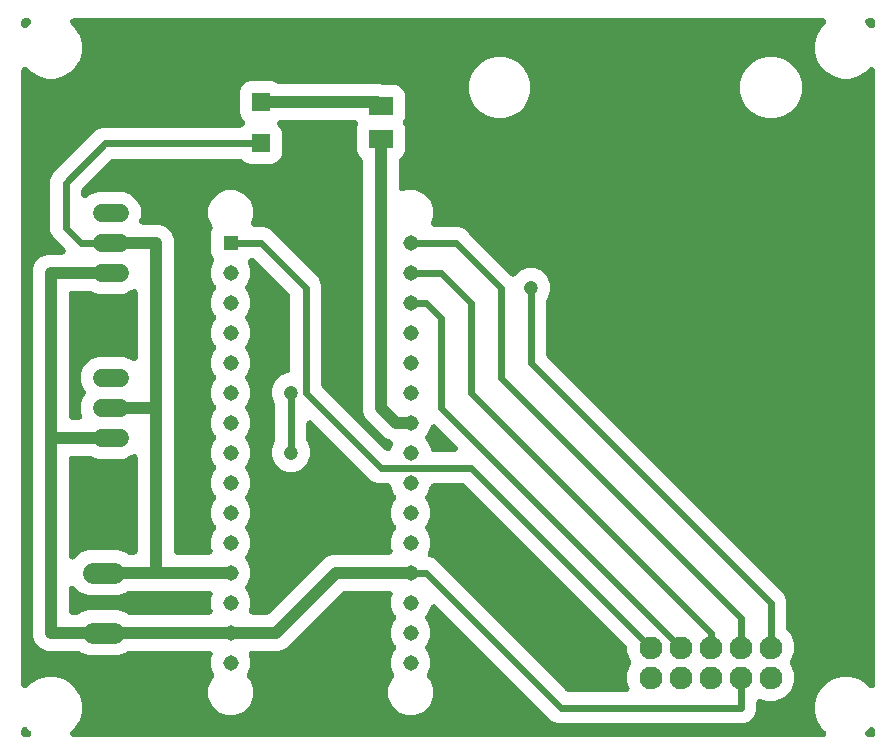
<source format=gbr>
G04 EAGLE Gerber RS-274X export*
G75*
%MOMM*%
%FSLAX34Y34*%
%LPD*%
%INTop Copper*%
%IPPOS*%
%AMOC8*
5,1,8,0,0,1.08239X$1,22.5*%
G01*
%ADD10R,1.308000X1.308000*%
%ADD11C,1.308000*%
%ADD12R,1.500000X1.500000*%
%ADD13R,2.000000X1.600000*%
%ADD14C,1.930400*%
%ADD15C,1.790700*%
%ADD16C,1.508000*%
%ADD17C,1.016000*%
%ADD18C,0.609600*%
%ADD19C,1.206400*%

G36*
X691776Y13212D02*
X691776Y13212D01*
X691814Y13210D01*
X692022Y13232D01*
X692229Y13249D01*
X692266Y13258D01*
X692304Y13262D01*
X692506Y13317D01*
X692708Y13367D01*
X692743Y13382D01*
X692780Y13393D01*
X692970Y13480D01*
X693162Y13562D01*
X693194Y13582D01*
X693228Y13598D01*
X693401Y13715D01*
X693578Y13827D01*
X693606Y13852D01*
X693638Y13874D01*
X693790Y14017D01*
X693946Y14156D01*
X693970Y14185D01*
X693997Y14211D01*
X694125Y14378D01*
X694256Y14540D01*
X694274Y14572D01*
X694298Y14603D01*
X694397Y14787D01*
X694500Y14968D01*
X694513Y15004D01*
X694531Y15038D01*
X694599Y15235D01*
X694671Y15431D01*
X694678Y15468D01*
X694691Y15504D01*
X694726Y15711D01*
X694766Y15915D01*
X694767Y15953D01*
X694773Y15991D01*
X694775Y16200D01*
X694781Y16408D01*
X694776Y16446D01*
X694776Y16484D01*
X694744Y16691D01*
X694717Y16897D01*
X694706Y16934D01*
X694700Y16971D01*
X694635Y17170D01*
X694574Y17369D01*
X694557Y17404D01*
X694546Y17440D01*
X694449Y17625D01*
X694357Y17813D01*
X694335Y17844D01*
X694318Y17878D01*
X694260Y17950D01*
X694072Y18215D01*
X693951Y18337D01*
X693892Y18411D01*
X690266Y22037D01*
X686822Y28002D01*
X685039Y34656D01*
X685039Y41544D01*
X686822Y48198D01*
X690266Y54163D01*
X695137Y59034D01*
X701102Y62478D01*
X707756Y64261D01*
X714644Y64261D01*
X721298Y62478D01*
X727263Y59034D01*
X730889Y55408D01*
X730918Y55383D01*
X730944Y55354D01*
X731106Y55224D01*
X731265Y55088D01*
X731298Y55068D01*
X731328Y55044D01*
X731509Y54941D01*
X731688Y54834D01*
X731723Y54819D01*
X731756Y54800D01*
X731952Y54728D01*
X732146Y54650D01*
X732183Y54642D01*
X732219Y54629D01*
X732424Y54589D01*
X732628Y54544D01*
X732666Y54541D01*
X732703Y54534D01*
X732911Y54528D01*
X733120Y54516D01*
X733158Y54520D01*
X733196Y54519D01*
X733403Y54546D01*
X733611Y54568D01*
X733647Y54578D01*
X733685Y54583D01*
X733885Y54644D01*
X734086Y54699D01*
X734121Y54715D01*
X734158Y54726D01*
X734345Y54818D01*
X734535Y54905D01*
X734566Y54926D01*
X734601Y54943D01*
X734771Y55063D01*
X734944Y55180D01*
X734972Y55206D01*
X735003Y55228D01*
X735151Y55375D01*
X735304Y55518D01*
X735327Y55548D01*
X735354Y55575D01*
X735477Y55744D01*
X735604Y55909D01*
X735622Y55943D01*
X735644Y55974D01*
X735738Y56160D01*
X735837Y56344D01*
X735850Y56380D01*
X735867Y56414D01*
X735929Y56613D01*
X735997Y56811D01*
X736003Y56848D01*
X736015Y56885D01*
X736025Y56977D01*
X736080Y57297D01*
X736081Y57469D01*
X736091Y57562D01*
X736091Y577438D01*
X736088Y577476D01*
X736090Y577514D01*
X736068Y577722D01*
X736051Y577929D01*
X736042Y577966D01*
X736038Y578004D01*
X735983Y578206D01*
X735933Y578408D01*
X735918Y578443D01*
X735907Y578480D01*
X735820Y578670D01*
X735738Y578862D01*
X735718Y578894D01*
X735702Y578928D01*
X735585Y579101D01*
X735473Y579278D01*
X735448Y579306D01*
X735426Y579338D01*
X735283Y579490D01*
X735144Y579646D01*
X735115Y579670D01*
X735089Y579697D01*
X734922Y579825D01*
X734760Y579956D01*
X734728Y579974D01*
X734697Y579998D01*
X734513Y580097D01*
X734332Y580200D01*
X734296Y580213D01*
X734262Y580231D01*
X734065Y580299D01*
X733869Y580371D01*
X733832Y580378D01*
X733796Y580391D01*
X733589Y580426D01*
X733385Y580466D01*
X733347Y580467D01*
X733309Y580473D01*
X733100Y580475D01*
X732892Y580481D01*
X732854Y580476D01*
X732816Y580476D01*
X732609Y580444D01*
X732403Y580417D01*
X732366Y580406D01*
X732329Y580400D01*
X732130Y580335D01*
X731931Y580274D01*
X731896Y580257D01*
X731860Y580246D01*
X731675Y580149D01*
X731487Y580057D01*
X731456Y580035D01*
X731422Y580018D01*
X731350Y579960D01*
X731085Y579772D01*
X730963Y579651D01*
X730889Y579592D01*
X727263Y575966D01*
X721298Y572522D01*
X714644Y570739D01*
X707756Y570739D01*
X701102Y572522D01*
X695137Y575966D01*
X690266Y580837D01*
X686822Y586802D01*
X685039Y593456D01*
X685039Y600344D01*
X686822Y606998D01*
X690266Y612963D01*
X693892Y616589D01*
X693917Y616618D01*
X693946Y616644D01*
X694076Y616806D01*
X694212Y616965D01*
X694232Y616998D01*
X694256Y617028D01*
X694359Y617209D01*
X694466Y617388D01*
X694481Y617423D01*
X694500Y617456D01*
X694572Y617652D01*
X694650Y617846D01*
X694658Y617883D01*
X694671Y617919D01*
X694711Y618124D01*
X694756Y618328D01*
X694759Y618366D01*
X694766Y618403D01*
X694772Y618611D01*
X694784Y618820D01*
X694780Y618858D01*
X694781Y618896D01*
X694754Y619103D01*
X694732Y619311D01*
X694722Y619347D01*
X694717Y619385D01*
X694656Y619585D01*
X694601Y619786D01*
X694585Y619821D01*
X694574Y619858D01*
X694482Y620045D01*
X694395Y620235D01*
X694374Y620266D01*
X694357Y620301D01*
X694237Y620471D01*
X694120Y620644D01*
X694094Y620672D01*
X694072Y620703D01*
X693925Y620851D01*
X693782Y621004D01*
X693752Y621027D01*
X693725Y621054D01*
X693556Y621177D01*
X693391Y621304D01*
X693357Y621322D01*
X693326Y621344D01*
X693140Y621438D01*
X692956Y621537D01*
X692920Y621550D01*
X692886Y621567D01*
X692687Y621629D01*
X692489Y621697D01*
X692452Y621703D01*
X692415Y621715D01*
X692323Y621725D01*
X692003Y621780D01*
X691831Y621781D01*
X691738Y621791D01*
X57562Y621791D01*
X57524Y621788D01*
X57486Y621790D01*
X57278Y621768D01*
X57071Y621751D01*
X57034Y621742D01*
X56996Y621738D01*
X56794Y621683D01*
X56592Y621633D01*
X56557Y621618D01*
X56520Y621607D01*
X56330Y621520D01*
X56138Y621438D01*
X56106Y621418D01*
X56072Y621402D01*
X55899Y621285D01*
X55722Y621173D01*
X55694Y621148D01*
X55662Y621126D01*
X55510Y620983D01*
X55354Y620844D01*
X55330Y620815D01*
X55303Y620789D01*
X55175Y620622D01*
X55044Y620460D01*
X55026Y620428D01*
X55002Y620397D01*
X54903Y620213D01*
X54800Y620032D01*
X54787Y619996D01*
X54769Y619962D01*
X54701Y619765D01*
X54629Y619569D01*
X54622Y619532D01*
X54609Y619496D01*
X54574Y619289D01*
X54534Y619085D01*
X54533Y619047D01*
X54527Y619009D01*
X54525Y618800D01*
X54519Y618592D01*
X54524Y618554D01*
X54524Y618516D01*
X54556Y618309D01*
X54583Y618103D01*
X54594Y618066D01*
X54600Y618029D01*
X54665Y617830D01*
X54726Y617631D01*
X54743Y617596D01*
X54754Y617560D01*
X54851Y617375D01*
X54943Y617187D01*
X54965Y617156D01*
X54982Y617122D01*
X55040Y617050D01*
X55228Y616785D01*
X55349Y616663D01*
X55408Y616589D01*
X59034Y612963D01*
X62478Y606998D01*
X64261Y600344D01*
X64261Y593456D01*
X62478Y586802D01*
X59034Y580837D01*
X54163Y575966D01*
X48198Y572522D01*
X41544Y570739D01*
X34656Y570739D01*
X28002Y572522D01*
X22037Y575966D01*
X18411Y579592D01*
X18382Y579617D01*
X18356Y579646D01*
X18194Y579776D01*
X18035Y579912D01*
X18002Y579932D01*
X17972Y579956D01*
X17791Y580059D01*
X17612Y580166D01*
X17577Y580181D01*
X17544Y580200D01*
X17348Y580272D01*
X17154Y580350D01*
X17117Y580358D01*
X17081Y580371D01*
X16876Y580411D01*
X16672Y580456D01*
X16634Y580459D01*
X16597Y580466D01*
X16389Y580472D01*
X16180Y580484D01*
X16142Y580480D01*
X16104Y580481D01*
X15897Y580454D01*
X15689Y580432D01*
X15653Y580422D01*
X15615Y580417D01*
X15415Y580356D01*
X15214Y580301D01*
X15179Y580285D01*
X15142Y580274D01*
X14955Y580182D01*
X14765Y580095D01*
X14734Y580074D01*
X14699Y580057D01*
X14529Y579937D01*
X14356Y579820D01*
X14328Y579794D01*
X14297Y579772D01*
X14149Y579625D01*
X13996Y579482D01*
X13973Y579452D01*
X13946Y579425D01*
X13823Y579256D01*
X13696Y579091D01*
X13678Y579057D01*
X13656Y579026D01*
X13562Y578840D01*
X13463Y578656D01*
X13450Y578620D01*
X13433Y578586D01*
X13371Y578387D01*
X13303Y578189D01*
X13297Y578152D01*
X13285Y578115D01*
X13275Y578023D01*
X13220Y577703D01*
X13219Y577531D01*
X13209Y577438D01*
X13209Y57562D01*
X13212Y57524D01*
X13210Y57486D01*
X13232Y57278D01*
X13249Y57071D01*
X13258Y57034D01*
X13262Y56996D01*
X13317Y56794D01*
X13367Y56592D01*
X13382Y56557D01*
X13393Y56520D01*
X13480Y56330D01*
X13562Y56138D01*
X13582Y56106D01*
X13598Y56072D01*
X13715Y55899D01*
X13827Y55722D01*
X13852Y55694D01*
X13874Y55662D01*
X14017Y55510D01*
X14156Y55354D01*
X14185Y55330D01*
X14211Y55303D01*
X14378Y55175D01*
X14540Y55044D01*
X14572Y55026D01*
X14603Y55002D01*
X14787Y54903D01*
X14968Y54800D01*
X15004Y54787D01*
X15038Y54769D01*
X15235Y54701D01*
X15431Y54629D01*
X15468Y54622D01*
X15504Y54609D01*
X15711Y54574D01*
X15915Y54534D01*
X15953Y54533D01*
X15991Y54527D01*
X16200Y54525D01*
X16408Y54519D01*
X16446Y54524D01*
X16484Y54524D01*
X16691Y54556D01*
X16897Y54583D01*
X16934Y54594D01*
X16971Y54600D01*
X17170Y54665D01*
X17369Y54726D01*
X17404Y54743D01*
X17440Y54754D01*
X17625Y54851D01*
X17813Y54943D01*
X17844Y54965D01*
X17878Y54982D01*
X17950Y55040D01*
X18215Y55228D01*
X18337Y55349D01*
X18411Y55408D01*
X22037Y59034D01*
X28002Y62478D01*
X34656Y64261D01*
X41544Y64261D01*
X48198Y62478D01*
X54163Y59034D01*
X59034Y54163D01*
X62478Y48198D01*
X64261Y41544D01*
X64261Y34656D01*
X62478Y28002D01*
X59034Y22037D01*
X55408Y18411D01*
X55383Y18382D01*
X55354Y18356D01*
X55224Y18194D01*
X55088Y18035D01*
X55068Y18002D01*
X55044Y17972D01*
X54941Y17791D01*
X54834Y17612D01*
X54819Y17577D01*
X54800Y17544D01*
X54728Y17348D01*
X54650Y17154D01*
X54642Y17117D01*
X54629Y17081D01*
X54589Y16876D01*
X54544Y16672D01*
X54541Y16634D01*
X54534Y16597D01*
X54528Y16389D01*
X54516Y16180D01*
X54520Y16142D01*
X54519Y16104D01*
X54546Y15897D01*
X54568Y15689D01*
X54578Y15653D01*
X54583Y15615D01*
X54644Y15415D01*
X54699Y15214D01*
X54715Y15179D01*
X54726Y15142D01*
X54818Y14955D01*
X54905Y14765D01*
X54926Y14734D01*
X54943Y14699D01*
X55063Y14529D01*
X55180Y14356D01*
X55206Y14328D01*
X55228Y14297D01*
X55375Y14149D01*
X55518Y13996D01*
X55548Y13973D01*
X55575Y13946D01*
X55744Y13823D01*
X55909Y13696D01*
X55943Y13678D01*
X55974Y13656D01*
X56160Y13562D01*
X56344Y13463D01*
X56380Y13450D01*
X56414Y13433D01*
X56613Y13371D01*
X56811Y13303D01*
X56848Y13297D01*
X56885Y13285D01*
X56977Y13275D01*
X57297Y13220D01*
X57469Y13219D01*
X57562Y13209D01*
X691738Y13209D01*
X691776Y13212D01*
G37*
%LPC*%
G36*
X467273Y24891D02*
X467273Y24891D01*
X462418Y26902D01*
X364595Y124725D01*
X364457Y124842D01*
X364325Y124965D01*
X364270Y125001D01*
X364219Y125045D01*
X364064Y125138D01*
X363914Y125237D01*
X363854Y125265D01*
X363796Y125299D01*
X363629Y125366D01*
X363464Y125440D01*
X363400Y125458D01*
X363338Y125482D01*
X363162Y125521D01*
X362988Y125568D01*
X362922Y125575D01*
X362857Y125589D01*
X362676Y125599D01*
X362497Y125617D01*
X362431Y125613D01*
X362364Y125617D01*
X362184Y125598D01*
X362005Y125586D01*
X361940Y125571D01*
X361874Y125564D01*
X361700Y125517D01*
X361524Y125476D01*
X361462Y125451D01*
X361398Y125434D01*
X361234Y125359D01*
X361067Y125290D01*
X361010Y125256D01*
X360949Y125228D01*
X360800Y125127D01*
X360646Y125033D01*
X360595Y124990D01*
X360540Y124953D01*
X360409Y124829D01*
X360272Y124711D01*
X360229Y124660D01*
X360181Y124615D01*
X360071Y124472D01*
X359955Y124333D01*
X359929Y124287D01*
X359880Y124223D01*
X359647Y123789D01*
X359636Y123757D01*
X359625Y123736D01*
X357058Y117540D01*
X355973Y116455D01*
X355924Y116397D01*
X355868Y116344D01*
X355764Y116209D01*
X355654Y116079D01*
X355614Y116013D01*
X355568Y115953D01*
X355487Y115803D01*
X355399Y115656D01*
X355371Y115585D01*
X355335Y115518D01*
X355279Y115357D01*
X355216Y115198D01*
X355200Y115124D01*
X355175Y115052D01*
X355146Y114883D01*
X355109Y114716D01*
X355105Y114640D01*
X355092Y114565D01*
X355091Y114394D01*
X355082Y114224D01*
X355090Y114148D01*
X355089Y114072D01*
X355116Y113903D01*
X355134Y113733D01*
X355154Y113660D01*
X355166Y113585D01*
X355219Y113422D01*
X355264Y113258D01*
X355296Y113188D01*
X355320Y113116D01*
X355399Y112965D01*
X355470Y112809D01*
X355513Y112746D01*
X355548Y112678D01*
X355614Y112596D01*
X355746Y112400D01*
X355907Y112228D01*
X355973Y112145D01*
X357058Y111060D01*
X359601Y104922D01*
X359601Y98278D01*
X357058Y92140D01*
X355973Y91055D01*
X355924Y90997D01*
X355868Y90944D01*
X355764Y90809D01*
X355654Y90679D01*
X355614Y90613D01*
X355568Y90553D01*
X355487Y90403D01*
X355399Y90256D01*
X355371Y90185D01*
X355335Y90118D01*
X355279Y89957D01*
X355216Y89798D01*
X355200Y89724D01*
X355175Y89652D01*
X355146Y89483D01*
X355109Y89316D01*
X355105Y89240D01*
X355092Y89165D01*
X355091Y88994D01*
X355082Y88824D01*
X355090Y88748D01*
X355089Y88672D01*
X355116Y88503D01*
X355134Y88333D01*
X355154Y88260D01*
X355166Y88185D01*
X355219Y88022D01*
X355264Y87858D01*
X355296Y87788D01*
X355320Y87716D01*
X355399Y87565D01*
X355470Y87409D01*
X355513Y87346D01*
X355548Y87278D01*
X355614Y87196D01*
X355746Y87000D01*
X355907Y86828D01*
X355973Y86745D01*
X357058Y85660D01*
X359601Y79522D01*
X359601Y72878D01*
X356913Y66389D01*
X356846Y66182D01*
X356775Y65975D01*
X356770Y65947D01*
X356762Y65920D01*
X356729Y65704D01*
X356693Y65488D01*
X356692Y65460D01*
X356688Y65432D01*
X356691Y65214D01*
X356690Y64995D01*
X356694Y64967D01*
X356694Y64938D01*
X356732Y64724D01*
X356766Y64508D01*
X356775Y64481D01*
X356780Y64453D01*
X356852Y64247D01*
X356920Y64039D01*
X356934Y64014D01*
X356943Y63987D01*
X357047Y63796D01*
X357148Y63601D01*
X357163Y63583D01*
X357179Y63554D01*
X357482Y63164D01*
X357541Y63110D01*
X357574Y63068D01*
X359050Y61591D01*
X361951Y54589D01*
X361951Y47011D01*
X359050Y40009D01*
X353691Y34650D01*
X346689Y31749D01*
X339111Y31749D01*
X332109Y34650D01*
X326750Y40009D01*
X323849Y47011D01*
X323849Y54589D01*
X326750Y61591D01*
X328226Y63068D01*
X328368Y63235D01*
X328512Y63398D01*
X328527Y63422D01*
X328546Y63444D01*
X328659Y63632D01*
X328775Y63816D01*
X328786Y63842D01*
X328801Y63867D01*
X328882Y64070D01*
X328966Y64271D01*
X328973Y64298D01*
X328984Y64325D01*
X329031Y64538D01*
X329082Y64750D01*
X329084Y64779D01*
X329090Y64806D01*
X329103Y65025D01*
X329119Y65242D01*
X329116Y65271D01*
X329118Y65299D01*
X329095Y65516D01*
X329076Y65734D01*
X329069Y65756D01*
X329066Y65790D01*
X328935Y66265D01*
X328902Y66338D01*
X328887Y66389D01*
X326199Y72878D01*
X326199Y79522D01*
X328742Y85660D01*
X329827Y86745D01*
X329876Y86803D01*
X329932Y86855D01*
X330036Y86991D01*
X330146Y87121D01*
X330186Y87186D01*
X330232Y87247D01*
X330313Y87397D01*
X330401Y87544D01*
X330429Y87614D01*
X330465Y87682D01*
X330521Y87843D01*
X330584Y88002D01*
X330600Y88076D01*
X330625Y88148D01*
X330654Y88317D01*
X330691Y88483D01*
X330695Y88560D01*
X330708Y88635D01*
X330709Y88805D01*
X330718Y88976D01*
X330710Y89052D01*
X330711Y89128D01*
X330684Y89297D01*
X330666Y89467D01*
X330646Y89540D01*
X330634Y89615D01*
X330581Y89778D01*
X330536Y89942D01*
X330504Y90011D01*
X330480Y90084D01*
X330401Y90236D01*
X330330Y90391D01*
X330287Y90454D01*
X330252Y90522D01*
X330186Y90604D01*
X330054Y90800D01*
X329892Y90972D01*
X329827Y91055D01*
X328742Y92140D01*
X326199Y98278D01*
X326199Y104922D01*
X328742Y111060D01*
X329827Y112145D01*
X329876Y112203D01*
X329932Y112255D01*
X330036Y112391D01*
X330146Y112521D01*
X330186Y112586D01*
X330232Y112647D01*
X330313Y112797D01*
X330401Y112944D01*
X330429Y113014D01*
X330465Y113082D01*
X330521Y113243D01*
X330584Y113402D01*
X330600Y113476D01*
X330625Y113548D01*
X330654Y113717D01*
X330691Y113883D01*
X330695Y113960D01*
X330708Y114035D01*
X330709Y114205D01*
X330718Y114376D01*
X330710Y114452D01*
X330711Y114528D01*
X330684Y114697D01*
X330666Y114867D01*
X330646Y114940D01*
X330634Y115015D01*
X330581Y115178D01*
X330536Y115342D01*
X330504Y115411D01*
X330480Y115484D01*
X330401Y115636D01*
X330330Y115791D01*
X330287Y115854D01*
X330252Y115922D01*
X330186Y116004D01*
X330054Y116200D01*
X329892Y116372D01*
X329827Y116455D01*
X328742Y117540D01*
X326199Y123678D01*
X326199Y130322D01*
X327286Y132946D01*
X327341Y133117D01*
X327404Y133287D01*
X327417Y133352D01*
X327437Y133415D01*
X327464Y133594D01*
X327499Y133771D01*
X327501Y133837D01*
X327511Y133903D01*
X327509Y134084D01*
X327514Y134264D01*
X327506Y134330D01*
X327505Y134397D01*
X327473Y134574D01*
X327450Y134753D01*
X327431Y134817D01*
X327419Y134882D01*
X327360Y135053D01*
X327307Y135226D01*
X327278Y135285D01*
X327256Y135348D01*
X327170Y135506D01*
X327090Y135669D01*
X327052Y135723D01*
X327020Y135781D01*
X326909Y135924D01*
X326805Y136071D01*
X326758Y136118D01*
X326717Y136171D01*
X326585Y136294D01*
X326458Y136422D01*
X326405Y136461D01*
X326356Y136506D01*
X326205Y136606D01*
X326060Y136712D01*
X326000Y136742D01*
X325945Y136779D01*
X325780Y136853D01*
X325619Y136935D01*
X325556Y136955D01*
X325495Y136982D01*
X325321Y137029D01*
X325149Y137083D01*
X325096Y137089D01*
X325018Y137110D01*
X324528Y137159D01*
X324494Y137157D01*
X324471Y137159D01*
X286975Y137159D01*
X286861Y137150D01*
X286747Y137151D01*
X286616Y137130D01*
X286483Y137119D01*
X286373Y137092D01*
X286260Y137074D01*
X286133Y137033D01*
X286005Y137001D01*
X285900Y136956D01*
X285791Y136920D01*
X285673Y136858D01*
X285551Y136806D01*
X285455Y136745D01*
X285354Y136692D01*
X285280Y136633D01*
X285135Y136541D01*
X284893Y136325D01*
X284820Y136267D01*
X237233Y88680D01*
X231632Y86359D01*
X208929Y86359D01*
X208749Y86345D01*
X208569Y86338D01*
X208504Y86325D01*
X208437Y86319D01*
X208262Y86276D01*
X208085Y86240D01*
X208023Y86217D01*
X207959Y86201D01*
X207793Y86129D01*
X207624Y86066D01*
X207566Y86032D01*
X207505Y86006D01*
X207353Y85909D01*
X207197Y85819D01*
X207145Y85777D01*
X207089Y85741D01*
X206955Y85621D01*
X206815Y85506D01*
X206771Y85457D01*
X206721Y85412D01*
X206608Y85272D01*
X206489Y85137D01*
X206453Y85080D01*
X206411Y85028D01*
X206322Y84872D01*
X206226Y84719D01*
X206200Y84658D01*
X206167Y84600D01*
X206105Y84430D01*
X206035Y84264D01*
X206019Y84200D01*
X205996Y84137D01*
X205961Y83960D01*
X205919Y83785D01*
X205914Y83718D01*
X205901Y83653D01*
X205895Y83473D01*
X205882Y83293D01*
X205888Y83226D01*
X205886Y83160D01*
X205909Y82981D01*
X205925Y82801D01*
X205940Y82751D01*
X205950Y82671D01*
X206093Y82199D01*
X206098Y82188D01*
X206100Y82182D01*
X206109Y82162D01*
X206114Y82146D01*
X207201Y79522D01*
X207201Y72878D01*
X204513Y66389D01*
X204446Y66182D01*
X204375Y65975D01*
X204370Y65947D01*
X204362Y65920D01*
X204329Y65704D01*
X204293Y65488D01*
X204292Y65460D01*
X204288Y65432D01*
X204291Y65214D01*
X204290Y64995D01*
X204294Y64967D01*
X204294Y64938D01*
X204332Y64724D01*
X204366Y64508D01*
X204375Y64481D01*
X204380Y64453D01*
X204452Y64247D01*
X204520Y64039D01*
X204534Y64014D01*
X204543Y63987D01*
X204647Y63796D01*
X204748Y63601D01*
X204763Y63583D01*
X204779Y63554D01*
X205082Y63164D01*
X205141Y63110D01*
X205174Y63068D01*
X206650Y61591D01*
X209551Y54589D01*
X209551Y47011D01*
X206650Y40009D01*
X201291Y34650D01*
X194289Y31749D01*
X186711Y31749D01*
X179709Y34650D01*
X174350Y40009D01*
X171449Y47011D01*
X171449Y54589D01*
X174350Y61591D01*
X175826Y63068D01*
X175968Y63235D01*
X176112Y63398D01*
X176127Y63422D01*
X176146Y63444D01*
X176259Y63632D01*
X176375Y63816D01*
X176386Y63842D01*
X176401Y63867D01*
X176482Y64070D01*
X176566Y64271D01*
X176573Y64298D01*
X176584Y64325D01*
X176631Y64538D01*
X176682Y64750D01*
X176684Y64779D01*
X176690Y64806D01*
X176703Y65025D01*
X176719Y65242D01*
X176716Y65271D01*
X176718Y65299D01*
X176695Y65516D01*
X176676Y65734D01*
X176669Y65756D01*
X176666Y65790D01*
X176535Y66265D01*
X176502Y66338D01*
X176487Y66389D01*
X173799Y72878D01*
X173799Y79522D01*
X174886Y82146D01*
X174941Y82317D01*
X175004Y82487D01*
X175017Y82552D01*
X175037Y82615D01*
X175064Y82794D01*
X175099Y82971D01*
X175101Y83037D01*
X175111Y83103D01*
X175109Y83284D01*
X175114Y83464D01*
X175106Y83530D01*
X175105Y83597D01*
X175073Y83774D01*
X175050Y83953D01*
X175031Y84017D01*
X175019Y84082D01*
X174960Y84253D01*
X174907Y84426D01*
X174878Y84485D01*
X174856Y84548D01*
X174770Y84706D01*
X174690Y84869D01*
X174652Y84923D01*
X174620Y84981D01*
X174509Y85124D01*
X174405Y85271D01*
X174358Y85318D01*
X174317Y85371D01*
X174185Y85494D01*
X174058Y85622D01*
X174005Y85661D01*
X173956Y85706D01*
X173805Y85806D01*
X173660Y85912D01*
X173600Y85942D01*
X173545Y85979D01*
X173380Y86053D01*
X173219Y86135D01*
X173156Y86155D01*
X173095Y86182D01*
X172921Y86229D01*
X172749Y86283D01*
X172696Y86289D01*
X172618Y86310D01*
X172128Y86359D01*
X172094Y86357D01*
X172071Y86359D01*
X104557Y86359D01*
X104443Y86350D01*
X104329Y86351D01*
X104197Y86330D01*
X104065Y86319D01*
X103954Y86292D01*
X103841Y86274D01*
X103715Y86233D01*
X103586Y86201D01*
X103481Y86156D01*
X103373Y86120D01*
X103255Y86058D01*
X103133Y86006D01*
X103036Y85945D01*
X102935Y85892D01*
X102862Y85833D01*
X102717Y85741D01*
X102474Y85525D01*
X102402Y85467D01*
X102331Y85396D01*
X95306Y82486D01*
X69794Y82486D01*
X62769Y85396D01*
X62698Y85467D01*
X62612Y85540D01*
X62547Y85605D01*
X62547Y85606D01*
X62531Y85622D01*
X62424Y85700D01*
X62322Y85786D01*
X62224Y85845D01*
X62132Y85912D01*
X62014Y85972D01*
X61900Y86041D01*
X61793Y86083D01*
X61692Y86135D01*
X61565Y86175D01*
X61442Y86224D01*
X61330Y86249D01*
X61221Y86283D01*
X61128Y86293D01*
X60960Y86331D01*
X60636Y86349D01*
X60543Y86359D01*
X35068Y86359D01*
X29467Y88680D01*
X25180Y92967D01*
X22859Y98568D01*
X22859Y409432D01*
X25180Y415033D01*
X29467Y419320D01*
X35068Y421641D01*
X47623Y421641D01*
X47660Y421644D01*
X47699Y421642D01*
X47906Y421664D01*
X48114Y421681D01*
X48151Y421690D01*
X48189Y421694D01*
X48390Y421749D01*
X48593Y421799D01*
X48628Y421814D01*
X48665Y421825D01*
X48855Y421912D01*
X49047Y421994D01*
X49079Y422014D01*
X49113Y422030D01*
X49287Y422147D01*
X49463Y422259D01*
X49491Y422284D01*
X49523Y422306D01*
X49675Y422449D01*
X49830Y422588D01*
X49854Y422617D01*
X49882Y422643D01*
X50009Y422809D01*
X50140Y422972D01*
X50159Y423005D01*
X50182Y423035D01*
X50281Y423219D01*
X50384Y423400D01*
X50398Y423436D01*
X50416Y423470D01*
X50483Y423667D01*
X50556Y423863D01*
X50563Y423900D01*
X50576Y423936D01*
X50611Y424143D01*
X50651Y424347D01*
X50652Y424385D01*
X50658Y424423D01*
X50660Y424632D01*
X50666Y424840D01*
X50661Y424878D01*
X50661Y424916D01*
X50629Y425123D01*
X50602Y425329D01*
X50591Y425366D01*
X50585Y425403D01*
X50519Y425602D01*
X50459Y425801D01*
X50442Y425836D01*
X50430Y425872D01*
X50334Y426057D01*
X50242Y426245D01*
X50220Y426276D01*
X50203Y426310D01*
X50145Y426382D01*
X49957Y426647D01*
X49836Y426769D01*
X49777Y426843D01*
X39602Y437018D01*
X37591Y441873D01*
X37591Y485227D01*
X39602Y490082D01*
X43746Y494226D01*
X72474Y522954D01*
X76618Y527098D01*
X81473Y529109D01*
X198477Y529109D01*
X198591Y529118D01*
X198705Y529117D01*
X198837Y529138D01*
X198969Y529149D01*
X199079Y529176D01*
X199192Y529194D01*
X199319Y529235D01*
X199448Y529267D01*
X199553Y529312D01*
X199661Y529348D01*
X199779Y529409D01*
X199901Y529462D01*
X199997Y529523D01*
X200099Y529576D01*
X200172Y529635D01*
X200317Y529727D01*
X200559Y529943D01*
X200632Y530001D01*
X201876Y531245D01*
X201925Y531303D01*
X201981Y531356D01*
X202085Y531491D01*
X202195Y531621D01*
X202235Y531686D01*
X202281Y531747D01*
X202362Y531898D01*
X202450Y532044D01*
X202478Y532115D01*
X202514Y532182D01*
X202570Y532343D01*
X202633Y532502D01*
X202649Y532576D01*
X202674Y532648D01*
X202703Y532817D01*
X202740Y532984D01*
X202744Y533060D01*
X202757Y533135D01*
X202758Y533306D01*
X202767Y533476D01*
X202759Y533552D01*
X202760Y533628D01*
X202733Y533797D01*
X202715Y533967D01*
X202695Y534040D01*
X202683Y534115D01*
X202630Y534278D01*
X202584Y534442D01*
X202553Y534511D01*
X202529Y534584D01*
X202450Y534735D01*
X202379Y534891D01*
X202336Y534954D01*
X202301Y535022D01*
X202235Y535104D01*
X202103Y535300D01*
X201941Y535472D01*
X201876Y535555D01*
X199786Y537644D01*
X198239Y541379D01*
X198239Y560421D01*
X199786Y564156D01*
X202644Y567014D01*
X206379Y568561D01*
X225421Y568561D01*
X229162Y567011D01*
X229223Y566959D01*
X229303Y566878D01*
X229411Y566800D01*
X229512Y566714D01*
X229610Y566655D01*
X229702Y566588D01*
X229821Y566528D01*
X229935Y566459D01*
X230041Y566417D01*
X230143Y566365D01*
X230269Y566325D01*
X230393Y566276D01*
X230504Y566251D01*
X230613Y566217D01*
X230707Y566207D01*
X230874Y566169D01*
X231199Y566151D01*
X231291Y566141D01*
X317032Y566141D01*
X317872Y565793D01*
X317881Y565790D01*
X317890Y565785D01*
X318116Y565714D01*
X318341Y565641D01*
X318351Y565640D01*
X318360Y565637D01*
X318400Y565633D01*
X318829Y565568D01*
X318960Y565570D01*
X319038Y565561D01*
X329521Y565561D01*
X333256Y564014D01*
X336114Y561156D01*
X337661Y557421D01*
X337661Y537379D01*
X336496Y534566D01*
X336461Y534457D01*
X336416Y534352D01*
X336385Y534223D01*
X336344Y534097D01*
X336327Y533984D01*
X336301Y533873D01*
X336291Y533740D01*
X336271Y533609D01*
X336272Y533495D01*
X336264Y533381D01*
X336275Y533248D01*
X336277Y533115D01*
X336297Y533003D01*
X336307Y532889D01*
X336333Y532799D01*
X336363Y532630D01*
X336470Y532323D01*
X336496Y532234D01*
X337661Y529421D01*
X337661Y509379D01*
X336114Y505644D01*
X333633Y503164D01*
X333559Y503077D01*
X333478Y502997D01*
X333400Y502889D01*
X333314Y502788D01*
X333255Y502690D01*
X333188Y502598D01*
X333128Y502479D01*
X333059Y502365D01*
X333017Y502259D01*
X332965Y502157D01*
X332925Y502030D01*
X332876Y501907D01*
X332851Y501796D01*
X332817Y501687D01*
X332807Y501593D01*
X332769Y501426D01*
X332751Y501101D01*
X332741Y501009D01*
X332741Y478173D01*
X332755Y477993D01*
X332762Y477813D01*
X332775Y477747D01*
X332781Y477681D01*
X332824Y477506D01*
X332860Y477329D01*
X332883Y477267D01*
X332899Y477202D01*
X332971Y477036D01*
X333034Y476868D01*
X333068Y476810D01*
X333094Y476749D01*
X333191Y476597D01*
X333281Y476440D01*
X333323Y476389D01*
X333359Y476333D01*
X333479Y476198D01*
X333594Y476059D01*
X333643Y476015D01*
X333688Y475965D01*
X333828Y475852D01*
X333963Y475732D01*
X334020Y475697D01*
X334072Y475655D01*
X334228Y475566D01*
X334381Y475470D01*
X334443Y475444D01*
X334500Y475411D01*
X334670Y475348D01*
X334836Y475278D01*
X334900Y475263D01*
X334963Y475239D01*
X335140Y475205D01*
X335315Y475162D01*
X335382Y475157D01*
X335447Y475145D01*
X335627Y475139D01*
X335807Y475126D01*
X335874Y475131D01*
X335940Y475129D01*
X336119Y475153D01*
X336299Y475169D01*
X336349Y475183D01*
X336429Y475194D01*
X336901Y475336D01*
X336932Y475351D01*
X336954Y475357D01*
X339111Y476251D01*
X346689Y476251D01*
X353691Y473350D01*
X359050Y467991D01*
X361951Y460989D01*
X361951Y453411D01*
X360216Y449222D01*
X360160Y449050D01*
X360098Y448881D01*
X360085Y448816D01*
X360065Y448753D01*
X360038Y448574D01*
X360003Y448397D01*
X360001Y448331D01*
X359991Y448265D01*
X359993Y448084D01*
X359988Y447904D01*
X359996Y447838D01*
X359997Y447771D01*
X360028Y447594D01*
X360052Y447415D01*
X360071Y447351D01*
X360083Y447286D01*
X360142Y447116D01*
X360195Y446942D01*
X360224Y446883D01*
X360246Y446820D01*
X360332Y446661D01*
X360411Y446499D01*
X360450Y446445D01*
X360482Y446387D01*
X360593Y446244D01*
X360697Y446097D01*
X360744Y446050D01*
X360784Y445997D01*
X360917Y445874D01*
X361044Y445746D01*
X361097Y445707D01*
X361146Y445662D01*
X361297Y445562D01*
X361442Y445456D01*
X361502Y445426D01*
X361557Y445389D01*
X361722Y445315D01*
X361883Y445233D01*
X361946Y445213D01*
X362007Y445186D01*
X362181Y445139D01*
X362353Y445085D01*
X362406Y445079D01*
X362483Y445058D01*
X362974Y445009D01*
X363008Y445011D01*
X363031Y445009D01*
X383627Y445009D01*
X388482Y442998D01*
X392626Y438854D01*
X427535Y403945D01*
X427593Y403895D01*
X427646Y403840D01*
X427781Y403736D01*
X427911Y403625D01*
X427976Y403586D01*
X428037Y403540D01*
X428187Y403459D01*
X428334Y403371D01*
X428405Y403342D01*
X428472Y403306D01*
X428633Y403251D01*
X428792Y403188D01*
X428866Y403171D01*
X428938Y403146D01*
X429107Y403118D01*
X429274Y403081D01*
X429350Y403076D01*
X429425Y403064D01*
X429596Y403063D01*
X429766Y403053D01*
X429842Y403061D01*
X429918Y403061D01*
X430087Y403087D01*
X430257Y403105D01*
X430330Y403125D01*
X430405Y403137D01*
X430568Y403191D01*
X430732Y403236D01*
X430802Y403268D01*
X430874Y403292D01*
X431025Y403370D01*
X431181Y403442D01*
X431244Y403484D01*
X431312Y403519D01*
X431394Y403585D01*
X431590Y403717D01*
X431762Y403879D01*
X431845Y403945D01*
X435328Y407428D01*
X441279Y409893D01*
X447721Y409893D01*
X453672Y407428D01*
X458228Y402872D01*
X460693Y396921D01*
X460693Y390479D01*
X458112Y384249D01*
X458096Y384217D01*
X458027Y384103D01*
X457985Y383997D01*
X457933Y383895D01*
X457893Y383768D01*
X457844Y383645D01*
X457819Y383533D01*
X457785Y383424D01*
X457775Y383331D01*
X457737Y383163D01*
X457719Y382839D01*
X457709Y382747D01*
X457709Y336933D01*
X457718Y336820D01*
X457717Y336705D01*
X457738Y336574D01*
X457749Y336442D01*
X457776Y336331D01*
X457794Y336218D01*
X457835Y336092D01*
X457867Y335963D01*
X457912Y335858D01*
X457948Y335750D01*
X458010Y335632D01*
X458062Y335510D01*
X458123Y335413D01*
X458176Y335312D01*
X458235Y335238D01*
X458327Y335093D01*
X458543Y334851D01*
X458601Y334779D01*
X658898Y134482D01*
X660909Y129627D01*
X660909Y104973D01*
X660918Y104859D01*
X660917Y104745D01*
X660938Y104613D01*
X660949Y104481D01*
X660976Y104370D01*
X660994Y104258D01*
X661035Y104131D01*
X661067Y104002D01*
X661112Y103897D01*
X661148Y103789D01*
X661210Y103671D01*
X661262Y103549D01*
X661323Y103453D01*
X661376Y103351D01*
X661435Y103278D01*
X661527Y103133D01*
X661743Y102891D01*
X661801Y102818D01*
X664496Y100123D01*
X667513Y92841D01*
X667513Y84959D01*
X664368Y77366D01*
X664333Y77258D01*
X664288Y77152D01*
X664257Y77023D01*
X664216Y76897D01*
X664199Y76784D01*
X664173Y76673D01*
X664163Y76540D01*
X664143Y76409D01*
X664144Y76294D01*
X664136Y76181D01*
X664147Y76048D01*
X664149Y75915D01*
X664169Y75803D01*
X664179Y75689D01*
X664205Y75599D01*
X664235Y75430D01*
X664342Y75123D01*
X664368Y75034D01*
X667513Y67441D01*
X667513Y59559D01*
X664496Y52277D01*
X658923Y46704D01*
X651641Y43687D01*
X643759Y43687D01*
X639722Y45359D01*
X639551Y45415D01*
X639381Y45478D01*
X639316Y45490D01*
X639253Y45511D01*
X639074Y45538D01*
X638897Y45572D01*
X638831Y45574D01*
X638765Y45584D01*
X638584Y45582D01*
X638404Y45588D01*
X638338Y45579D01*
X638271Y45578D01*
X638094Y45547D01*
X637915Y45523D01*
X637851Y45504D01*
X637786Y45492D01*
X637615Y45433D01*
X637442Y45381D01*
X637383Y45351D01*
X637320Y45329D01*
X637162Y45243D01*
X636999Y45164D01*
X636945Y45125D01*
X636887Y45093D01*
X636744Y44983D01*
X636597Y44878D01*
X636550Y44832D01*
X636497Y44791D01*
X636374Y44658D01*
X636246Y44532D01*
X636207Y44478D01*
X636162Y44429D01*
X636062Y44279D01*
X635956Y44133D01*
X635926Y44073D01*
X635889Y44018D01*
X635815Y43854D01*
X635733Y43692D01*
X635713Y43629D01*
X635686Y43568D01*
X635639Y43394D01*
X635585Y43222D01*
X635579Y43169D01*
X635558Y43092D01*
X635509Y42601D01*
X635511Y42567D01*
X635509Y42544D01*
X635509Y35473D01*
X633498Y30618D01*
X629782Y26902D01*
X624927Y24891D01*
X467273Y24891D01*
G37*
%LPD*%
G36*
X172251Y167655D02*
X172251Y167655D01*
X172431Y167662D01*
X172496Y167675D01*
X172563Y167681D01*
X172738Y167724D01*
X172915Y167760D01*
X172977Y167783D01*
X173041Y167799D01*
X173207Y167871D01*
X173376Y167934D01*
X173434Y167968D01*
X173495Y167994D01*
X173647Y168091D01*
X173803Y168181D01*
X173855Y168223D01*
X173911Y168259D01*
X174045Y168379D01*
X174185Y168494D01*
X174229Y168543D01*
X174279Y168588D01*
X174392Y168728D01*
X174511Y168863D01*
X174547Y168920D01*
X174589Y168972D01*
X174678Y169128D01*
X174774Y169281D01*
X174800Y169342D01*
X174833Y169400D01*
X174895Y169570D01*
X174965Y169736D01*
X174981Y169800D01*
X175004Y169863D01*
X175039Y170040D01*
X175081Y170215D01*
X175086Y170282D01*
X175099Y170347D01*
X175105Y170527D01*
X175118Y170707D01*
X175112Y170774D01*
X175114Y170840D01*
X175091Y171019D01*
X175075Y171199D01*
X175060Y171249D01*
X175050Y171329D01*
X174907Y171801D01*
X174893Y171832D01*
X174886Y171854D01*
X173799Y174478D01*
X173799Y181122D01*
X176342Y187260D01*
X177427Y188345D01*
X177476Y188403D01*
X177532Y188456D01*
X177636Y188591D01*
X177746Y188721D01*
X177786Y188787D01*
X177832Y188847D01*
X177913Y188997D01*
X178001Y189144D01*
X178029Y189215D01*
X178065Y189282D01*
X178121Y189443D01*
X178184Y189602D01*
X178200Y189676D01*
X178225Y189748D01*
X178254Y189917D01*
X178291Y190084D01*
X178295Y190160D01*
X178308Y190235D01*
X178309Y190406D01*
X178318Y190576D01*
X178310Y190652D01*
X178311Y190728D01*
X178284Y190897D01*
X178266Y191067D01*
X178246Y191140D01*
X178234Y191215D01*
X178181Y191378D01*
X178136Y191542D01*
X178104Y191612D01*
X178080Y191684D01*
X178001Y191835D01*
X177930Y191991D01*
X177887Y192054D01*
X177852Y192122D01*
X177786Y192204D01*
X177654Y192400D01*
X177493Y192572D01*
X177427Y192655D01*
X176342Y193740D01*
X173799Y199878D01*
X173799Y206522D01*
X176342Y212660D01*
X177427Y213745D01*
X177476Y213803D01*
X177532Y213856D01*
X177636Y213991D01*
X177746Y214121D01*
X177786Y214187D01*
X177832Y214247D01*
X177913Y214397D01*
X178001Y214544D01*
X178029Y214615D01*
X178065Y214682D01*
X178121Y214843D01*
X178184Y215002D01*
X178200Y215076D01*
X178225Y215148D01*
X178254Y215317D01*
X178291Y215484D01*
X178295Y215560D01*
X178308Y215635D01*
X178309Y215806D01*
X178318Y215976D01*
X178310Y216052D01*
X178311Y216128D01*
X178284Y216297D01*
X178266Y216467D01*
X178246Y216540D01*
X178234Y216615D01*
X178181Y216778D01*
X178136Y216942D01*
X178104Y217012D01*
X178080Y217084D01*
X178001Y217235D01*
X177930Y217391D01*
X177887Y217454D01*
X177852Y217522D01*
X177786Y217604D01*
X177654Y217800D01*
X177493Y217972D01*
X177427Y218055D01*
X176342Y219140D01*
X173799Y225278D01*
X173799Y231922D01*
X176342Y238060D01*
X177427Y239145D01*
X177476Y239203D01*
X177532Y239256D01*
X177636Y239391D01*
X177746Y239521D01*
X177786Y239587D01*
X177832Y239647D01*
X177913Y239797D01*
X178001Y239944D01*
X178029Y240015D01*
X178065Y240082D01*
X178121Y240243D01*
X178184Y240402D01*
X178200Y240476D01*
X178225Y240548D01*
X178254Y240717D01*
X178291Y240884D01*
X178295Y240960D01*
X178308Y241035D01*
X178309Y241206D01*
X178318Y241376D01*
X178310Y241452D01*
X178311Y241528D01*
X178284Y241697D01*
X178266Y241867D01*
X178246Y241940D01*
X178234Y242015D01*
X178181Y242178D01*
X178136Y242342D01*
X178104Y242412D01*
X178080Y242484D01*
X178001Y242635D01*
X177930Y242791D01*
X177887Y242854D01*
X177852Y242922D01*
X177787Y243004D01*
X177654Y243200D01*
X177493Y243372D01*
X177427Y243455D01*
X176342Y244540D01*
X173799Y250678D01*
X173799Y257322D01*
X176342Y263460D01*
X177427Y264545D01*
X177476Y264603D01*
X177532Y264656D01*
X177636Y264791D01*
X177746Y264921D01*
X177786Y264987D01*
X177832Y265047D01*
X177913Y265197D01*
X178001Y265344D01*
X178029Y265415D01*
X178065Y265482D01*
X178121Y265643D01*
X178184Y265802D01*
X178200Y265876D01*
X178225Y265948D01*
X178254Y266117D01*
X178291Y266284D01*
X178295Y266360D01*
X178308Y266435D01*
X178309Y266606D01*
X178318Y266776D01*
X178310Y266852D01*
X178311Y266928D01*
X178284Y267097D01*
X178266Y267267D01*
X178246Y267340D01*
X178234Y267415D01*
X178181Y267578D01*
X178136Y267742D01*
X178104Y267812D01*
X178080Y267884D01*
X178001Y268035D01*
X177930Y268191D01*
X177887Y268254D01*
X177852Y268322D01*
X177786Y268404D01*
X177654Y268600D01*
X177493Y268772D01*
X177427Y268855D01*
X176342Y269940D01*
X173799Y276078D01*
X173799Y282722D01*
X176342Y288860D01*
X177427Y289945D01*
X177476Y290003D01*
X177532Y290056D01*
X177636Y290191D01*
X177746Y290321D01*
X177786Y290387D01*
X177832Y290447D01*
X177913Y290597D01*
X178001Y290744D01*
X178029Y290815D01*
X178065Y290882D01*
X178121Y291043D01*
X178184Y291202D01*
X178200Y291276D01*
X178225Y291348D01*
X178254Y291517D01*
X178291Y291684D01*
X178295Y291760D01*
X178308Y291835D01*
X178309Y292006D01*
X178318Y292176D01*
X178310Y292252D01*
X178311Y292328D01*
X178284Y292497D01*
X178266Y292667D01*
X178246Y292740D01*
X178234Y292815D01*
X178181Y292978D01*
X178136Y293142D01*
X178104Y293212D01*
X178080Y293284D01*
X178001Y293435D01*
X177930Y293591D01*
X177887Y293654D01*
X177852Y293722D01*
X177786Y293804D01*
X177654Y294000D01*
X177493Y294172D01*
X177427Y294255D01*
X176342Y295340D01*
X173799Y301478D01*
X173799Y308122D01*
X176342Y314260D01*
X177427Y315345D01*
X177476Y315403D01*
X177532Y315456D01*
X177636Y315591D01*
X177746Y315721D01*
X177786Y315787D01*
X177832Y315847D01*
X177913Y315997D01*
X178001Y316144D01*
X178029Y316215D01*
X178065Y316282D01*
X178121Y316443D01*
X178184Y316602D01*
X178200Y316676D01*
X178225Y316748D01*
X178254Y316917D01*
X178291Y317084D01*
X178295Y317160D01*
X178308Y317235D01*
X178309Y317406D01*
X178318Y317576D01*
X178310Y317652D01*
X178311Y317728D01*
X178284Y317897D01*
X178266Y318067D01*
X178246Y318140D01*
X178234Y318215D01*
X178181Y318378D01*
X178136Y318542D01*
X178104Y318612D01*
X178080Y318684D01*
X178001Y318835D01*
X177930Y318991D01*
X177887Y319054D01*
X177852Y319122D01*
X177786Y319204D01*
X177654Y319400D01*
X177493Y319572D01*
X177427Y319655D01*
X176342Y320740D01*
X173799Y326878D01*
X173799Y333522D01*
X176342Y339660D01*
X177427Y340745D01*
X177476Y340803D01*
X177532Y340856D01*
X177636Y340991D01*
X177746Y341121D01*
X177786Y341187D01*
X177832Y341247D01*
X177913Y341397D01*
X178001Y341544D01*
X178029Y341615D01*
X178065Y341682D01*
X178121Y341843D01*
X178184Y342002D01*
X178200Y342076D01*
X178225Y342148D01*
X178254Y342317D01*
X178291Y342484D01*
X178295Y342560D01*
X178308Y342635D01*
X178309Y342806D01*
X178318Y342976D01*
X178310Y343052D01*
X178311Y343128D01*
X178284Y343297D01*
X178266Y343467D01*
X178246Y343540D01*
X178234Y343615D01*
X178181Y343778D01*
X178136Y343942D01*
X178104Y344012D01*
X178080Y344084D01*
X178001Y344235D01*
X177930Y344391D01*
X177887Y344454D01*
X177852Y344522D01*
X177786Y344604D01*
X177654Y344800D01*
X177493Y344972D01*
X177427Y345055D01*
X176342Y346140D01*
X173799Y352278D01*
X173799Y358922D01*
X176342Y365060D01*
X177427Y366145D01*
X177476Y366203D01*
X177532Y366256D01*
X177636Y366391D01*
X177746Y366521D01*
X177786Y366587D01*
X177832Y366647D01*
X177913Y366797D01*
X178001Y366944D01*
X178029Y367015D01*
X178065Y367082D01*
X178121Y367243D01*
X178184Y367402D01*
X178200Y367476D01*
X178225Y367548D01*
X178254Y367717D01*
X178291Y367884D01*
X178295Y367960D01*
X178308Y368035D01*
X178309Y368206D01*
X178318Y368376D01*
X178310Y368452D01*
X178311Y368528D01*
X178284Y368697D01*
X178266Y368867D01*
X178246Y368940D01*
X178234Y369015D01*
X178181Y369178D01*
X178136Y369342D01*
X178104Y369412D01*
X178080Y369484D01*
X178001Y369635D01*
X177930Y369791D01*
X177887Y369854D01*
X177852Y369922D01*
X177786Y370004D01*
X177654Y370200D01*
X177493Y370372D01*
X177427Y370455D01*
X176342Y371540D01*
X173799Y377678D01*
X173799Y384322D01*
X176342Y390460D01*
X177427Y391545D01*
X177476Y391603D01*
X177532Y391656D01*
X177636Y391791D01*
X177746Y391921D01*
X177786Y391987D01*
X177832Y392047D01*
X177913Y392197D01*
X178001Y392344D01*
X178029Y392415D01*
X178065Y392482D01*
X178121Y392643D01*
X178184Y392802D01*
X178200Y392876D01*
X178225Y392948D01*
X178254Y393117D01*
X178291Y393284D01*
X178295Y393360D01*
X178308Y393435D01*
X178309Y393606D01*
X178318Y393776D01*
X178310Y393852D01*
X178311Y393928D01*
X178284Y394097D01*
X178266Y394267D01*
X178246Y394340D01*
X178234Y394415D01*
X178181Y394578D01*
X178136Y394742D01*
X178104Y394812D01*
X178080Y394884D01*
X178001Y395035D01*
X177930Y395191D01*
X177887Y395254D01*
X177852Y395322D01*
X177786Y395404D01*
X177654Y395600D01*
X177493Y395772D01*
X177427Y395855D01*
X176342Y396940D01*
X173799Y403078D01*
X173799Y409722D01*
X176338Y415852D01*
X176405Y416059D01*
X176476Y416266D01*
X176481Y416294D01*
X176490Y416321D01*
X176522Y416537D01*
X176559Y416753D01*
X176559Y416781D01*
X176563Y416809D01*
X176560Y417028D01*
X176562Y417246D01*
X176557Y417274D01*
X176557Y417303D01*
X176519Y417518D01*
X176485Y417733D01*
X176476Y417760D01*
X176471Y417788D01*
X176399Y417994D01*
X176331Y418202D01*
X176318Y418227D01*
X176308Y418254D01*
X176204Y418445D01*
X176103Y418640D01*
X176088Y418658D01*
X176072Y418687D01*
X175770Y419077D01*
X175711Y419132D01*
X175678Y419173D01*
X175346Y419504D01*
X173799Y423239D01*
X173799Y440361D01*
X174953Y443145D01*
X175019Y443353D01*
X175090Y443560D01*
X175095Y443588D01*
X175104Y443615D01*
X175136Y443831D01*
X175173Y444046D01*
X175173Y444075D01*
X175177Y444103D01*
X175175Y444322D01*
X175176Y444540D01*
X175172Y444568D01*
X175171Y444596D01*
X175133Y444811D01*
X175099Y445027D01*
X175090Y445054D01*
X175086Y445082D01*
X175013Y445288D01*
X174945Y445496D01*
X174932Y445521D01*
X174923Y445548D01*
X174818Y445739D01*
X174717Y445933D01*
X174703Y445951D01*
X174687Y445981D01*
X174384Y446370D01*
X174354Y446398D01*
X171449Y453411D01*
X171449Y460989D01*
X174350Y467991D01*
X179709Y473350D01*
X186711Y476251D01*
X194289Y476251D01*
X201291Y473350D01*
X206650Y467991D01*
X209551Y460989D01*
X209551Y453411D01*
X207816Y449222D01*
X207760Y449050D01*
X207698Y448881D01*
X207685Y448816D01*
X207665Y448753D01*
X207638Y448574D01*
X207603Y448397D01*
X207601Y448331D01*
X207591Y448265D01*
X207593Y448084D01*
X207588Y447904D01*
X207596Y447838D01*
X207597Y447771D01*
X207628Y447594D01*
X207652Y447415D01*
X207671Y447351D01*
X207683Y447286D01*
X207742Y447116D01*
X207795Y446942D01*
X207824Y446883D01*
X207846Y446820D01*
X207932Y446661D01*
X208011Y446499D01*
X208050Y446445D01*
X208082Y446387D01*
X208193Y446244D01*
X208297Y446097D01*
X208344Y446050D01*
X208384Y445997D01*
X208517Y445874D01*
X208644Y445746D01*
X208697Y445707D01*
X208746Y445662D01*
X208897Y445562D01*
X209042Y445456D01*
X209102Y445426D01*
X209157Y445389D01*
X209322Y445315D01*
X209483Y445233D01*
X209546Y445213D01*
X209607Y445186D01*
X209781Y445139D01*
X209953Y445085D01*
X210006Y445079D01*
X210083Y445058D01*
X210574Y445009D01*
X210608Y445011D01*
X210631Y445009D01*
X218527Y445009D01*
X223382Y442998D01*
X265198Y401182D01*
X267209Y396327D01*
X267209Y311533D01*
X267218Y311420D01*
X267217Y311305D01*
X267238Y311174D01*
X267249Y311042D01*
X267276Y310931D01*
X267294Y310818D01*
X267335Y310692D01*
X267367Y310563D01*
X267412Y310458D01*
X267448Y310350D01*
X267510Y310232D01*
X267562Y310110D01*
X267623Y310013D01*
X267676Y309912D01*
X267735Y309838D01*
X267827Y309693D01*
X268043Y309451D01*
X268101Y309379D01*
X321205Y256275D01*
X321343Y256158D01*
X321475Y256035D01*
X321530Y255999D01*
X321581Y255955D01*
X321736Y255862D01*
X321886Y255763D01*
X321946Y255735D01*
X322004Y255701D01*
X322171Y255634D01*
X322336Y255560D01*
X322400Y255542D01*
X322462Y255518D01*
X322638Y255479D01*
X322812Y255432D01*
X322878Y255425D01*
X322943Y255411D01*
X323124Y255401D01*
X323303Y255383D01*
X323369Y255387D01*
X323436Y255383D01*
X323616Y255402D01*
X323795Y255414D01*
X323860Y255429D01*
X323926Y255436D01*
X324100Y255483D01*
X324276Y255524D01*
X324338Y255549D01*
X324402Y255566D01*
X324566Y255641D01*
X324733Y255710D01*
X324790Y255744D01*
X324851Y255772D01*
X325000Y255873D01*
X325154Y255967D01*
X325205Y256010D01*
X325260Y256047D01*
X325391Y256171D01*
X325528Y256289D01*
X325571Y256340D01*
X325619Y256385D01*
X325729Y256528D01*
X325845Y256667D01*
X325871Y256713D01*
X325920Y256777D01*
X326153Y257211D01*
X326164Y257243D01*
X326175Y257264D01*
X327592Y260685D01*
X327616Y260758D01*
X327647Y260827D01*
X327691Y260992D01*
X327744Y261155D01*
X327755Y261230D01*
X327775Y261304D01*
X327792Y261474D01*
X327817Y261643D01*
X327816Y261719D01*
X327824Y261795D01*
X327813Y261965D01*
X327811Y262136D01*
X327798Y262211D01*
X327793Y262287D01*
X327755Y262453D01*
X327725Y262622D01*
X327700Y262694D01*
X327683Y262768D01*
X327619Y262926D01*
X327562Y263088D01*
X327526Y263154D01*
X327497Y263225D01*
X327408Y263371D01*
X327326Y263521D01*
X327280Y263581D01*
X327240Y263646D01*
X327128Y263776D01*
X327024Y263910D01*
X326968Y263962D01*
X326918Y264020D01*
X326787Y264130D01*
X326662Y264246D01*
X326598Y264288D01*
X326540Y264337D01*
X326448Y264388D01*
X326251Y264519D01*
X326035Y264616D01*
X325943Y264667D01*
X321567Y266480D01*
X304580Y283467D01*
X302259Y289068D01*
X302259Y501009D01*
X302250Y501123D01*
X302251Y501237D01*
X302230Y501368D01*
X302219Y501501D01*
X302192Y501612D01*
X302174Y501724D01*
X302133Y501851D01*
X302101Y501980D01*
X302056Y502084D01*
X302020Y502193D01*
X301958Y502311D01*
X301906Y502433D01*
X301845Y502529D01*
X301792Y502631D01*
X301733Y502704D01*
X301641Y502849D01*
X301425Y503091D01*
X301367Y503164D01*
X298886Y505644D01*
X297339Y509379D01*
X297339Y529421D01*
X298178Y531446D01*
X298233Y531617D01*
X298296Y531787D01*
X298309Y531852D01*
X298329Y531915D01*
X298356Y532094D01*
X298391Y532271D01*
X298393Y532337D01*
X298403Y532403D01*
X298401Y532584D01*
X298406Y532764D01*
X298397Y532830D01*
X298397Y532897D01*
X298365Y533074D01*
X298342Y533253D01*
X298322Y533317D01*
X298311Y533382D01*
X298251Y533553D01*
X298199Y533726D01*
X298170Y533785D01*
X298148Y533848D01*
X298062Y534006D01*
X297982Y534169D01*
X297944Y534223D01*
X297912Y534281D01*
X297801Y534424D01*
X297697Y534571D01*
X297650Y534618D01*
X297609Y534671D01*
X297477Y534794D01*
X297350Y534922D01*
X297296Y534961D01*
X297248Y535006D01*
X297097Y535106D01*
X296951Y535212D01*
X296892Y535242D01*
X296837Y535279D01*
X296672Y535353D01*
X296511Y535435D01*
X296447Y535455D01*
X296387Y535482D01*
X296213Y535529D01*
X296040Y535583D01*
X295988Y535589D01*
X295910Y535610D01*
X295419Y535659D01*
X295386Y535657D01*
X295363Y535659D01*
X232867Y535659D01*
X232829Y535656D01*
X232791Y535658D01*
X232583Y535636D01*
X232375Y535619D01*
X232338Y535610D01*
X232300Y535606D01*
X232099Y535551D01*
X231896Y535501D01*
X231861Y535486D01*
X231825Y535475D01*
X231635Y535388D01*
X231443Y535306D01*
X231411Y535286D01*
X231376Y535270D01*
X231203Y535153D01*
X231027Y535041D01*
X230999Y535016D01*
X230967Y534994D01*
X230815Y534851D01*
X230659Y534712D01*
X230635Y534683D01*
X230607Y534656D01*
X230480Y534491D01*
X230349Y534328D01*
X230330Y534295D01*
X230307Y534265D01*
X230208Y534081D01*
X230105Y533900D01*
X230092Y533864D01*
X230074Y533830D01*
X230006Y533633D01*
X229933Y533437D01*
X229926Y533400D01*
X229914Y533364D01*
X229879Y533157D01*
X229839Y532953D01*
X229838Y532915D01*
X229831Y532877D01*
X229830Y532668D01*
X229823Y532460D01*
X229828Y532422D01*
X229828Y532384D01*
X229861Y532177D01*
X229888Y531971D01*
X229899Y531934D01*
X229905Y531897D01*
X229970Y531698D01*
X230030Y531499D01*
X230047Y531464D01*
X230059Y531428D01*
X230156Y531243D01*
X230247Y531055D01*
X230269Y531024D01*
X230287Y530990D01*
X230345Y530918D01*
X230533Y530653D01*
X230654Y530531D01*
X230712Y530457D01*
X232014Y529156D01*
X233561Y525421D01*
X233561Y506379D01*
X232014Y502644D01*
X229156Y499786D01*
X225421Y498239D01*
X206379Y498239D01*
X202644Y499786D01*
X200632Y501799D01*
X200545Y501873D01*
X200465Y501954D01*
X200357Y502032D01*
X200256Y502118D01*
X200158Y502177D01*
X200066Y502244D01*
X199947Y502304D01*
X199833Y502373D01*
X199727Y502415D01*
X199625Y502467D01*
X199499Y502507D01*
X199375Y502556D01*
X199264Y502581D01*
X199155Y502615D01*
X199061Y502625D01*
X198894Y502663D01*
X198569Y502681D01*
X198477Y502691D01*
X90833Y502691D01*
X90720Y502682D01*
X90605Y502683D01*
X90474Y502662D01*
X90342Y502651D01*
X90231Y502624D01*
X90118Y502606D01*
X89992Y502565D01*
X89863Y502533D01*
X89758Y502488D01*
X89649Y502452D01*
X89532Y502390D01*
X89410Y502338D01*
X89313Y502277D01*
X89212Y502224D01*
X89138Y502165D01*
X88993Y502073D01*
X88751Y501857D01*
X88679Y501799D01*
X64901Y478021D01*
X64827Y477934D01*
X64746Y477854D01*
X64668Y477747D01*
X64582Y477645D01*
X64523Y477547D01*
X64456Y477455D01*
X64396Y477337D01*
X64327Y477223D01*
X64285Y477117D01*
X64233Y477015D01*
X64193Y476888D01*
X64144Y476765D01*
X64119Y476653D01*
X64085Y476544D01*
X64075Y476451D01*
X64037Y476283D01*
X64019Y475959D01*
X64009Y475867D01*
X64009Y472238D01*
X64012Y472200D01*
X64010Y472162D01*
X64032Y471954D01*
X64049Y471746D01*
X64058Y471709D01*
X64062Y471671D01*
X64117Y471470D01*
X64167Y471268D01*
X64182Y471233D01*
X64193Y471196D01*
X64280Y471006D01*
X64362Y470814D01*
X64382Y470782D01*
X64398Y470747D01*
X64515Y470574D01*
X64627Y470398D01*
X64652Y470370D01*
X64674Y470338D01*
X64817Y470186D01*
X64956Y470030D01*
X64985Y470006D01*
X65011Y469978D01*
X65178Y469851D01*
X65340Y469720D01*
X65372Y469701D01*
X65403Y469678D01*
X65587Y469579D01*
X65768Y469476D01*
X65804Y469463D01*
X65838Y469445D01*
X66035Y469377D01*
X66231Y469305D01*
X66268Y469297D01*
X66304Y469285D01*
X66511Y469250D01*
X66715Y469210D01*
X66753Y469209D01*
X66791Y469202D01*
X67000Y469201D01*
X67208Y469195D01*
X67246Y469200D01*
X67284Y469199D01*
X67491Y469232D01*
X67697Y469259D01*
X67734Y469270D01*
X67771Y469276D01*
X67970Y469341D01*
X68169Y469402D01*
X68204Y469418D01*
X68240Y469430D01*
X68425Y469527D01*
X68613Y469618D01*
X68644Y469640D01*
X68678Y469658D01*
X68750Y469716D01*
X69015Y469904D01*
X69137Y470025D01*
X69211Y470083D01*
X71333Y472206D01*
X77839Y474901D01*
X99961Y474901D01*
X106467Y472206D01*
X111446Y467227D01*
X114141Y460721D01*
X114141Y453679D01*
X113136Y451254D01*
X113081Y451082D01*
X113018Y450913D01*
X113005Y450848D01*
X112985Y450785D01*
X112958Y450605D01*
X112923Y450429D01*
X112921Y450363D01*
X112911Y450297D01*
X112914Y450116D01*
X112908Y449936D01*
X112917Y449870D01*
X112918Y449803D01*
X112949Y449626D01*
X112973Y449447D01*
X112992Y449383D01*
X113003Y449318D01*
X113063Y449148D01*
X113115Y448974D01*
X113144Y448915D01*
X113166Y448852D01*
X113253Y448693D01*
X113332Y448531D01*
X113370Y448477D01*
X113402Y448419D01*
X113513Y448276D01*
X113617Y448129D01*
X113664Y448082D01*
X113705Y448029D01*
X113837Y447906D01*
X113964Y447778D01*
X114018Y447739D01*
X114067Y447694D01*
X114217Y447594D01*
X114363Y447488D01*
X114422Y447458D01*
X114478Y447421D01*
X114642Y447347D01*
X114803Y447265D01*
X114867Y447245D01*
X114927Y447218D01*
X115101Y447171D01*
X115274Y447117D01*
X115326Y447111D01*
X115404Y447090D01*
X115895Y447041D01*
X115928Y447043D01*
X115952Y447041D01*
X130032Y447041D01*
X135633Y444720D01*
X139920Y440433D01*
X142241Y434832D01*
X142241Y170688D01*
X142247Y170612D01*
X142245Y170536D01*
X142267Y170367D01*
X142281Y170196D01*
X142299Y170122D01*
X142309Y170047D01*
X142358Y169883D01*
X142399Y169717D01*
X142429Y169648D01*
X142451Y169574D01*
X142527Y169421D01*
X142594Y169264D01*
X142635Y169200D01*
X142668Y169131D01*
X142767Y168992D01*
X142859Y168848D01*
X142910Y168791D01*
X142954Y168729D01*
X143074Y168608D01*
X143188Y168480D01*
X143247Y168432D01*
X143301Y168378D01*
X143439Y168277D01*
X143572Y168170D01*
X143638Y168133D01*
X143699Y168088D01*
X143852Y168011D01*
X144000Y167926D01*
X144072Y167900D01*
X144140Y167865D01*
X144303Y167814D01*
X144463Y167755D01*
X144538Y167740D01*
X144610Y167717D01*
X144715Y167705D01*
X144947Y167660D01*
X145183Y167653D01*
X145288Y167641D01*
X172071Y167641D01*
X172251Y167655D01*
G37*
G36*
X221139Y116850D02*
X221139Y116850D01*
X221253Y116849D01*
X221384Y116870D01*
X221517Y116881D01*
X221627Y116908D01*
X221740Y116926D01*
X221867Y116967D01*
X221995Y116999D01*
X222100Y117044D01*
X222209Y117080D01*
X222327Y117142D01*
X222449Y117194D01*
X222545Y117255D01*
X222646Y117308D01*
X222720Y117367D01*
X222865Y117459D01*
X223107Y117675D01*
X223180Y117733D01*
X270767Y165320D01*
X276368Y167641D01*
X324471Y167641D01*
X324651Y167655D01*
X324831Y167662D01*
X324896Y167675D01*
X324963Y167681D01*
X325138Y167724D01*
X325315Y167760D01*
X325377Y167783D01*
X325441Y167799D01*
X325607Y167871D01*
X325776Y167934D01*
X325834Y167968D01*
X325895Y167994D01*
X326047Y168091D01*
X326203Y168181D01*
X326255Y168223D01*
X326311Y168259D01*
X326445Y168379D01*
X326585Y168494D01*
X326629Y168543D01*
X326679Y168588D01*
X326792Y168728D01*
X326911Y168863D01*
X326947Y168920D01*
X326989Y168972D01*
X327078Y169128D01*
X327174Y169281D01*
X327200Y169342D01*
X327233Y169400D01*
X327295Y169570D01*
X327365Y169736D01*
X327381Y169800D01*
X327404Y169863D01*
X327439Y170040D01*
X327481Y170215D01*
X327486Y170282D01*
X327499Y170347D01*
X327505Y170527D01*
X327518Y170707D01*
X327512Y170774D01*
X327514Y170840D01*
X327491Y171019D01*
X327475Y171199D01*
X327460Y171249D01*
X327450Y171329D01*
X327307Y171801D01*
X327293Y171832D01*
X327286Y171854D01*
X326199Y174478D01*
X326199Y181122D01*
X328742Y187260D01*
X329827Y188345D01*
X329876Y188403D01*
X329932Y188455D01*
X330036Y188591D01*
X330146Y188721D01*
X330186Y188786D01*
X330232Y188847D01*
X330313Y188997D01*
X330401Y189144D01*
X330429Y189214D01*
X330465Y189282D01*
X330521Y189443D01*
X330584Y189602D01*
X330600Y189676D01*
X330625Y189748D01*
X330654Y189917D01*
X330691Y190083D01*
X330695Y190160D01*
X330708Y190235D01*
X330709Y190405D01*
X330718Y190576D01*
X330710Y190652D01*
X330711Y190728D01*
X330684Y190897D01*
X330666Y191067D01*
X330646Y191140D01*
X330634Y191215D01*
X330581Y191378D01*
X330536Y191542D01*
X330504Y191611D01*
X330480Y191684D01*
X330401Y191836D01*
X330330Y191991D01*
X330287Y192054D01*
X330252Y192122D01*
X330186Y192204D01*
X330054Y192400D01*
X329892Y192572D01*
X329827Y192655D01*
X328742Y193740D01*
X326199Y199878D01*
X326199Y206522D01*
X328742Y212660D01*
X329827Y213745D01*
X329876Y213803D01*
X329932Y213855D01*
X330036Y213991D01*
X330146Y214121D01*
X330186Y214186D01*
X330232Y214247D01*
X330313Y214397D01*
X330401Y214544D01*
X330429Y214614D01*
X330465Y214682D01*
X330521Y214843D01*
X330584Y215002D01*
X330600Y215076D01*
X330625Y215148D01*
X330654Y215317D01*
X330691Y215483D01*
X330695Y215560D01*
X330708Y215635D01*
X330709Y215805D01*
X330718Y215976D01*
X330710Y216052D01*
X330711Y216128D01*
X330684Y216297D01*
X330666Y216467D01*
X330646Y216540D01*
X330634Y216615D01*
X330581Y216778D01*
X330536Y216942D01*
X330504Y217011D01*
X330480Y217084D01*
X330401Y217236D01*
X330330Y217391D01*
X330287Y217454D01*
X330252Y217522D01*
X330186Y217604D01*
X330054Y217800D01*
X329892Y217972D01*
X329827Y218055D01*
X328742Y219140D01*
X326178Y225330D01*
X326173Y225365D01*
X326159Y225536D01*
X326141Y225610D01*
X326131Y225685D01*
X326082Y225849D01*
X326041Y226015D01*
X326011Y226084D01*
X325989Y226158D01*
X325913Y226311D01*
X325846Y226468D01*
X325805Y226532D01*
X325772Y226601D01*
X325673Y226740D01*
X325581Y226884D01*
X325530Y226941D01*
X325486Y227003D01*
X325366Y227124D01*
X325252Y227252D01*
X325193Y227300D01*
X325139Y227354D01*
X325001Y227455D01*
X324868Y227562D01*
X324802Y227599D01*
X324741Y227644D01*
X324588Y227721D01*
X324440Y227806D01*
X324368Y227832D01*
X324300Y227867D01*
X324137Y227918D01*
X323977Y227977D01*
X323902Y227992D01*
X323830Y228015D01*
X323725Y228027D01*
X323493Y228072D01*
X323257Y228079D01*
X323152Y228091D01*
X314873Y228091D01*
X310018Y230102D01*
X259711Y280409D01*
X259682Y280434D01*
X259656Y280462D01*
X259494Y280594D01*
X259335Y280729D01*
X259302Y280749D01*
X259272Y280772D01*
X259092Y280875D01*
X258912Y280983D01*
X258877Y280998D01*
X258844Y281016D01*
X258648Y281089D01*
X258454Y281166D01*
X258417Y281175D01*
X258381Y281188D01*
X258176Y281228D01*
X257972Y281273D01*
X257934Y281275D01*
X257897Y281283D01*
X257689Y281289D01*
X257480Y281301D01*
X257442Y281297D01*
X257404Y281298D01*
X257197Y281271D01*
X256989Y281249D01*
X256953Y281239D01*
X256915Y281234D01*
X256715Y281173D01*
X256514Y281118D01*
X256479Y281102D01*
X256442Y281091D01*
X256255Y280999D01*
X256065Y280912D01*
X256033Y280891D01*
X255999Y280874D01*
X255829Y280753D01*
X255656Y280637D01*
X255628Y280611D01*
X255597Y280589D01*
X255448Y280442D01*
X255296Y280299D01*
X255273Y280269D01*
X255246Y280242D01*
X255123Y280073D01*
X254996Y279908D01*
X254978Y279874D01*
X254956Y279843D01*
X254862Y279657D01*
X254763Y279473D01*
X254751Y279437D01*
X254733Y279403D01*
X254671Y279204D01*
X254603Y279006D01*
X254597Y278969D01*
X254585Y278932D01*
X254575Y278840D01*
X254520Y278520D01*
X254519Y278348D01*
X254509Y278255D01*
X254509Y264953D01*
X254518Y264840D01*
X254517Y264725D01*
X254538Y264594D01*
X254549Y264462D01*
X254576Y264351D01*
X254594Y264238D01*
X254635Y264112D01*
X254667Y263983D01*
X254712Y263878D01*
X254748Y263769D01*
X254810Y263652D01*
X254862Y263530D01*
X254913Y263450D01*
X257493Y257221D01*
X257493Y250779D01*
X255028Y244828D01*
X250472Y240272D01*
X244521Y237807D01*
X238079Y237807D01*
X232128Y240272D01*
X227572Y244828D01*
X225107Y250779D01*
X225107Y257221D01*
X227688Y263451D01*
X227704Y263483D01*
X227773Y263597D01*
X227815Y263703D01*
X227867Y263805D01*
X227907Y263932D01*
X227956Y264055D01*
X227981Y264167D01*
X228015Y264276D01*
X228025Y264369D01*
X228063Y264537D01*
X228081Y264861D01*
X228091Y264953D01*
X228091Y293847D01*
X228082Y293960D01*
X228083Y294075D01*
X228062Y294206D01*
X228051Y294338D01*
X228024Y294449D01*
X228006Y294562D01*
X227965Y294688D01*
X227933Y294817D01*
X227888Y294922D01*
X227852Y295031D01*
X227790Y295148D01*
X227738Y295270D01*
X227687Y295350D01*
X225107Y301579D01*
X225107Y308021D01*
X227572Y313972D01*
X232128Y318528D01*
X238161Y321027D01*
X238236Y321033D01*
X238310Y321051D01*
X238385Y321061D01*
X238549Y321110D01*
X238715Y321151D01*
X238784Y321181D01*
X238858Y321203D01*
X239011Y321279D01*
X239168Y321346D01*
X239232Y321387D01*
X239301Y321420D01*
X239440Y321519D01*
X239584Y321611D01*
X239641Y321662D01*
X239703Y321706D01*
X239824Y321826D01*
X239952Y321940D01*
X240000Y321999D01*
X240054Y322053D01*
X240155Y322191D01*
X240262Y322324D01*
X240299Y322390D01*
X240344Y322451D01*
X240421Y322604D01*
X240506Y322752D01*
X240532Y322824D01*
X240567Y322892D01*
X240618Y323055D01*
X240677Y323215D01*
X240692Y323290D01*
X240715Y323362D01*
X240727Y323467D01*
X240772Y323699D01*
X240779Y323935D01*
X240791Y324040D01*
X240791Y386967D01*
X240782Y387080D01*
X240783Y387195D01*
X240762Y387326D01*
X240751Y387458D01*
X240724Y387569D01*
X240706Y387682D01*
X240665Y387808D01*
X240633Y387937D01*
X240588Y388042D01*
X240552Y388150D01*
X240490Y388268D01*
X240438Y388390D01*
X240377Y388487D01*
X240324Y388588D01*
X240265Y388662D01*
X240173Y388807D01*
X239957Y389049D01*
X239899Y389121D01*
X211321Y417699D01*
X211234Y417773D01*
X211154Y417854D01*
X211047Y417932D01*
X210945Y418018D01*
X210847Y418077D01*
X210755Y418144D01*
X210637Y418204D01*
X210523Y418273D01*
X210417Y418315D01*
X210315Y418367D01*
X210188Y418407D01*
X210065Y418456D01*
X209953Y418481D01*
X209844Y418515D01*
X209751Y418525D01*
X209583Y418563D01*
X209259Y418581D01*
X209167Y418591D01*
X208087Y418591D01*
X207907Y418577D01*
X207727Y418570D01*
X207662Y418557D01*
X207596Y418551D01*
X207420Y418508D01*
X207244Y418472D01*
X207182Y418449D01*
X207117Y418433D01*
X206951Y418361D01*
X206782Y418298D01*
X206725Y418264D01*
X206664Y418238D01*
X206511Y418141D01*
X206355Y418051D01*
X206304Y418009D01*
X206247Y417973D01*
X206113Y417853D01*
X205973Y417738D01*
X205929Y417689D01*
X205880Y417644D01*
X205766Y417504D01*
X205647Y417369D01*
X205611Y417312D01*
X205570Y417260D01*
X205480Y417104D01*
X205384Y416951D01*
X205359Y416890D01*
X205326Y416832D01*
X205263Y416662D01*
X205193Y416496D01*
X205177Y416432D01*
X205154Y416369D01*
X205119Y416192D01*
X205077Y416017D01*
X205072Y415950D01*
X205059Y415885D01*
X205054Y415705D01*
X205040Y415525D01*
X205046Y415458D01*
X205044Y415392D01*
X205068Y415213D01*
X205083Y415033D01*
X205098Y414983D01*
X205108Y414903D01*
X205251Y414431D01*
X205266Y414400D01*
X205272Y414378D01*
X207201Y409722D01*
X207201Y403078D01*
X204658Y396940D01*
X203573Y395855D01*
X203524Y395797D01*
X203468Y395745D01*
X203364Y395609D01*
X203254Y395479D01*
X203214Y395414D01*
X203168Y395353D01*
X203087Y395203D01*
X202999Y395056D01*
X202971Y394986D01*
X202935Y394918D01*
X202879Y394757D01*
X202816Y394598D01*
X202800Y394524D01*
X202775Y394452D01*
X202746Y394283D01*
X202709Y394117D01*
X202705Y394040D01*
X202692Y393965D01*
X202691Y393795D01*
X202682Y393624D01*
X202690Y393548D01*
X202689Y393472D01*
X202716Y393303D01*
X202734Y393133D01*
X202754Y393060D01*
X202766Y392985D01*
X202819Y392822D01*
X202864Y392658D01*
X202896Y392589D01*
X202920Y392516D01*
X202999Y392364D01*
X203070Y392209D01*
X203113Y392146D01*
X203148Y392078D01*
X203214Y391996D01*
X203346Y391800D01*
X203508Y391628D01*
X203573Y391545D01*
X204658Y390460D01*
X207201Y384322D01*
X207201Y377678D01*
X204658Y371540D01*
X203573Y370455D01*
X203524Y370397D01*
X203468Y370345D01*
X203364Y370209D01*
X203254Y370079D01*
X203214Y370014D01*
X203168Y369953D01*
X203087Y369803D01*
X202999Y369656D01*
X202971Y369586D01*
X202935Y369518D01*
X202879Y369357D01*
X202816Y369198D01*
X202800Y369124D01*
X202775Y369052D01*
X202746Y368883D01*
X202709Y368717D01*
X202705Y368640D01*
X202692Y368565D01*
X202691Y368395D01*
X202682Y368224D01*
X202690Y368148D01*
X202689Y368072D01*
X202716Y367903D01*
X202734Y367733D01*
X202754Y367660D01*
X202766Y367585D01*
X202819Y367422D01*
X202864Y367258D01*
X202896Y367189D01*
X202920Y367116D01*
X202999Y366964D01*
X203070Y366809D01*
X203113Y366746D01*
X203148Y366678D01*
X203214Y366596D01*
X203346Y366400D01*
X203508Y366228D01*
X203573Y366145D01*
X204658Y365060D01*
X207201Y358922D01*
X207201Y352278D01*
X204658Y346140D01*
X203573Y345055D01*
X203524Y344997D01*
X203468Y344945D01*
X203364Y344809D01*
X203254Y344679D01*
X203214Y344614D01*
X203168Y344553D01*
X203087Y344403D01*
X202999Y344256D01*
X202971Y344186D01*
X202935Y344118D01*
X202879Y343957D01*
X202816Y343798D01*
X202800Y343724D01*
X202775Y343652D01*
X202746Y343483D01*
X202709Y343317D01*
X202705Y343240D01*
X202692Y343165D01*
X202691Y342995D01*
X202682Y342824D01*
X202690Y342748D01*
X202689Y342672D01*
X202716Y342503D01*
X202734Y342333D01*
X202754Y342260D01*
X202766Y342185D01*
X202819Y342022D01*
X202864Y341858D01*
X202896Y341789D01*
X202920Y341716D01*
X202999Y341564D01*
X203070Y341409D01*
X203113Y341346D01*
X203148Y341278D01*
X203214Y341196D01*
X203346Y341000D01*
X203508Y340828D01*
X203573Y340745D01*
X204658Y339660D01*
X207201Y333522D01*
X207201Y326878D01*
X204658Y320740D01*
X203573Y319655D01*
X203524Y319597D01*
X203468Y319545D01*
X203364Y319409D01*
X203254Y319279D01*
X203214Y319214D01*
X203168Y319153D01*
X203087Y319003D01*
X202999Y318856D01*
X202971Y318786D01*
X202935Y318718D01*
X202879Y318557D01*
X202816Y318398D01*
X202800Y318324D01*
X202775Y318252D01*
X202746Y318083D01*
X202709Y317917D01*
X202705Y317840D01*
X202692Y317765D01*
X202691Y317595D01*
X202682Y317424D01*
X202690Y317348D01*
X202689Y317272D01*
X202716Y317103D01*
X202734Y316933D01*
X202754Y316860D01*
X202766Y316785D01*
X202819Y316622D01*
X202864Y316458D01*
X202896Y316389D01*
X202920Y316316D01*
X202999Y316164D01*
X203070Y316009D01*
X203113Y315946D01*
X203148Y315878D01*
X203214Y315796D01*
X203346Y315600D01*
X203508Y315428D01*
X203573Y315345D01*
X204658Y314260D01*
X207201Y308122D01*
X207201Y301478D01*
X204658Y295340D01*
X203573Y294255D01*
X203524Y294197D01*
X203468Y294145D01*
X203364Y294009D01*
X203254Y293879D01*
X203214Y293814D01*
X203168Y293753D01*
X203087Y293603D01*
X202999Y293456D01*
X202971Y293386D01*
X202935Y293318D01*
X202879Y293157D01*
X202816Y292998D01*
X202800Y292924D01*
X202775Y292852D01*
X202746Y292683D01*
X202709Y292517D01*
X202705Y292440D01*
X202692Y292365D01*
X202691Y292195D01*
X202682Y292024D01*
X202690Y291948D01*
X202689Y291872D01*
X202716Y291703D01*
X202734Y291533D01*
X202754Y291460D01*
X202766Y291385D01*
X202819Y291222D01*
X202864Y291058D01*
X202896Y290989D01*
X202920Y290916D01*
X202999Y290764D01*
X203070Y290609D01*
X203113Y290546D01*
X203148Y290478D01*
X203214Y290396D01*
X203346Y290200D01*
X203508Y290028D01*
X203573Y289945D01*
X204658Y288860D01*
X207201Y282722D01*
X207201Y276078D01*
X204658Y269940D01*
X203573Y268855D01*
X203524Y268797D01*
X203468Y268745D01*
X203364Y268609D01*
X203254Y268479D01*
X203214Y268414D01*
X203168Y268353D01*
X203087Y268203D01*
X202999Y268056D01*
X202971Y267986D01*
X202935Y267918D01*
X202879Y267757D01*
X202816Y267598D01*
X202800Y267524D01*
X202775Y267452D01*
X202746Y267283D01*
X202709Y267117D01*
X202705Y267040D01*
X202692Y266965D01*
X202691Y266795D01*
X202682Y266624D01*
X202690Y266548D01*
X202689Y266472D01*
X202716Y266303D01*
X202734Y266133D01*
X202754Y266060D01*
X202766Y265985D01*
X202819Y265822D01*
X202864Y265658D01*
X202896Y265589D01*
X202920Y265516D01*
X202999Y265364D01*
X203070Y265209D01*
X203113Y265146D01*
X203148Y265078D01*
X203214Y264996D01*
X203346Y264800D01*
X203508Y264628D01*
X203573Y264545D01*
X204658Y263460D01*
X207201Y257322D01*
X207201Y250678D01*
X204658Y244540D01*
X203573Y243455D01*
X203524Y243397D01*
X203468Y243345D01*
X203364Y243209D01*
X203254Y243079D01*
X203214Y243014D01*
X203168Y242953D01*
X203087Y242803D01*
X202999Y242656D01*
X202971Y242586D01*
X202935Y242518D01*
X202879Y242357D01*
X202816Y242198D01*
X202800Y242124D01*
X202775Y242052D01*
X202746Y241883D01*
X202709Y241717D01*
X202705Y241640D01*
X202692Y241565D01*
X202691Y241395D01*
X202682Y241224D01*
X202690Y241148D01*
X202689Y241072D01*
X202716Y240903D01*
X202734Y240733D01*
X202754Y240660D01*
X202766Y240585D01*
X202819Y240422D01*
X202864Y240258D01*
X202896Y240189D01*
X202920Y240116D01*
X202999Y239964D01*
X203070Y239809D01*
X203113Y239746D01*
X203148Y239678D01*
X203214Y239596D01*
X203346Y239400D01*
X203508Y239228D01*
X203573Y239145D01*
X204658Y238060D01*
X207201Y231922D01*
X207201Y225278D01*
X204658Y219140D01*
X203573Y218055D01*
X203524Y217997D01*
X203468Y217945D01*
X203364Y217809D01*
X203254Y217679D01*
X203214Y217614D01*
X203168Y217553D01*
X203087Y217403D01*
X202999Y217256D01*
X202971Y217186D01*
X202935Y217118D01*
X202879Y216957D01*
X202816Y216798D01*
X202800Y216724D01*
X202775Y216652D01*
X202746Y216483D01*
X202709Y216317D01*
X202705Y216240D01*
X202692Y216165D01*
X202691Y215995D01*
X202682Y215824D01*
X202690Y215748D01*
X202689Y215672D01*
X202716Y215503D01*
X202734Y215333D01*
X202754Y215260D01*
X202766Y215185D01*
X202819Y215022D01*
X202864Y214858D01*
X202896Y214789D01*
X202920Y214716D01*
X202999Y214564D01*
X203070Y214409D01*
X203113Y214346D01*
X203148Y214278D01*
X203214Y214196D01*
X203346Y214000D01*
X203508Y213828D01*
X203573Y213745D01*
X204658Y212660D01*
X207201Y206522D01*
X207201Y199878D01*
X204658Y193740D01*
X203573Y192655D01*
X203524Y192597D01*
X203468Y192545D01*
X203364Y192409D01*
X203254Y192279D01*
X203214Y192214D01*
X203168Y192153D01*
X203087Y192003D01*
X202999Y191856D01*
X202971Y191786D01*
X202935Y191718D01*
X202879Y191557D01*
X202816Y191398D01*
X202800Y191324D01*
X202775Y191252D01*
X202746Y191083D01*
X202709Y190917D01*
X202705Y190840D01*
X202692Y190765D01*
X202691Y190595D01*
X202682Y190424D01*
X202690Y190348D01*
X202689Y190272D01*
X202716Y190103D01*
X202734Y189933D01*
X202754Y189860D01*
X202766Y189785D01*
X202819Y189622D01*
X202864Y189458D01*
X202896Y189389D01*
X202920Y189316D01*
X202999Y189164D01*
X203070Y189009D01*
X203113Y188946D01*
X203148Y188878D01*
X203214Y188796D01*
X203346Y188600D01*
X203508Y188428D01*
X203573Y188345D01*
X204658Y187260D01*
X207201Y181122D01*
X207201Y174478D01*
X204658Y168340D01*
X203573Y167255D01*
X203524Y167197D01*
X203468Y167145D01*
X203364Y167009D01*
X203254Y166879D01*
X203214Y166814D01*
X203168Y166753D01*
X203087Y166603D01*
X202999Y166456D01*
X202971Y166386D01*
X202935Y166318D01*
X202879Y166157D01*
X202816Y165998D01*
X202800Y165924D01*
X202775Y165852D01*
X202746Y165683D01*
X202709Y165517D01*
X202705Y165440D01*
X202692Y165365D01*
X202691Y165195D01*
X202682Y165024D01*
X202690Y164948D01*
X202689Y164872D01*
X202716Y164703D01*
X202734Y164533D01*
X202754Y164460D01*
X202766Y164385D01*
X202819Y164222D01*
X202864Y164058D01*
X202896Y163989D01*
X202920Y163916D01*
X202999Y163764D01*
X203070Y163609D01*
X203113Y163546D01*
X203148Y163478D01*
X203214Y163396D01*
X203346Y163200D01*
X203508Y163028D01*
X203573Y162945D01*
X204658Y161860D01*
X207201Y155722D01*
X207201Y149078D01*
X204658Y142940D01*
X203573Y141855D01*
X203524Y141797D01*
X203468Y141745D01*
X203364Y141609D01*
X203254Y141479D01*
X203214Y141414D01*
X203168Y141353D01*
X203087Y141203D01*
X202999Y141056D01*
X202971Y140986D01*
X202935Y140918D01*
X202879Y140757D01*
X202816Y140598D01*
X202800Y140524D01*
X202775Y140452D01*
X202746Y140283D01*
X202709Y140117D01*
X202705Y140040D01*
X202692Y139965D01*
X202691Y139795D01*
X202682Y139624D01*
X202690Y139548D01*
X202689Y139472D01*
X202716Y139303D01*
X202734Y139133D01*
X202754Y139060D01*
X202766Y138985D01*
X202819Y138822D01*
X202864Y138658D01*
X202896Y138589D01*
X202920Y138516D01*
X202999Y138364D01*
X203070Y138209D01*
X203113Y138146D01*
X203148Y138078D01*
X203214Y137996D01*
X203346Y137800D01*
X203508Y137628D01*
X203573Y137545D01*
X204658Y136460D01*
X207201Y130322D01*
X207201Y123678D01*
X206114Y121054D01*
X206059Y120883D01*
X205996Y120713D01*
X205983Y120648D01*
X205963Y120585D01*
X205936Y120406D01*
X205901Y120229D01*
X205899Y120163D01*
X205889Y120097D01*
X205891Y119916D01*
X205886Y119736D01*
X205894Y119670D01*
X205895Y119603D01*
X205927Y119426D01*
X205950Y119247D01*
X205969Y119183D01*
X205981Y119118D01*
X206040Y118947D01*
X206093Y118774D01*
X206122Y118715D01*
X206144Y118652D01*
X206230Y118494D01*
X206310Y118331D01*
X206348Y118277D01*
X206380Y118219D01*
X206491Y118076D01*
X206595Y117929D01*
X206642Y117882D01*
X206683Y117829D01*
X206815Y117706D01*
X206942Y117578D01*
X206995Y117539D01*
X207044Y117494D01*
X207195Y117394D01*
X207340Y117288D01*
X207400Y117258D01*
X207455Y117221D01*
X207620Y117147D01*
X207781Y117065D01*
X207844Y117045D01*
X207905Y117018D01*
X208079Y116971D01*
X208251Y116917D01*
X208304Y116911D01*
X208382Y116890D01*
X208872Y116841D01*
X208906Y116843D01*
X208929Y116841D01*
X221025Y116841D01*
X221139Y116850D01*
G37*
G36*
X525324Y51323D02*
X525324Y51323D01*
X525504Y51330D01*
X525569Y51343D01*
X525636Y51349D01*
X525811Y51392D01*
X525988Y51428D01*
X526050Y51451D01*
X526115Y51467D01*
X526280Y51539D01*
X526449Y51602D01*
X526507Y51636D01*
X526568Y51662D01*
X526720Y51759D01*
X526877Y51849D01*
X526928Y51891D01*
X526984Y51927D01*
X527119Y52047D01*
X527258Y52162D01*
X527302Y52211D01*
X527352Y52256D01*
X527465Y52396D01*
X527585Y52531D01*
X527620Y52588D01*
X527662Y52640D01*
X527751Y52796D01*
X527847Y52949D01*
X527873Y53010D01*
X527906Y53068D01*
X527969Y53238D01*
X528039Y53404D01*
X528054Y53468D01*
X528078Y53531D01*
X528112Y53708D01*
X528154Y53883D01*
X528159Y53950D01*
X528172Y54015D01*
X528178Y54195D01*
X528191Y54375D01*
X528185Y54442D01*
X528188Y54508D01*
X528164Y54687D01*
X528148Y54867D01*
X528134Y54917D01*
X528123Y54997D01*
X527981Y55469D01*
X527966Y55500D01*
X527959Y55522D01*
X526287Y59559D01*
X526287Y67441D01*
X529432Y75034D01*
X529467Y75142D01*
X529512Y75248D01*
X529543Y75377D01*
X529584Y75503D01*
X529601Y75616D01*
X529627Y75727D01*
X529637Y75860D01*
X529657Y75991D01*
X529656Y76105D01*
X529664Y76219D01*
X529653Y76352D01*
X529651Y76485D01*
X529631Y76597D01*
X529621Y76711D01*
X529595Y76801D01*
X529565Y76970D01*
X529458Y77277D01*
X529432Y77366D01*
X526287Y84959D01*
X526287Y88771D01*
X526278Y88884D01*
X526279Y88999D01*
X526258Y89130D01*
X526247Y89262D01*
X526220Y89373D01*
X526202Y89486D01*
X526161Y89612D01*
X526129Y89741D01*
X526084Y89846D01*
X526048Y89954D01*
X525986Y90072D01*
X525934Y90194D01*
X525873Y90291D01*
X525820Y90392D01*
X525761Y90466D01*
X525669Y90611D01*
X525453Y90853D01*
X525395Y90925D01*
X389121Y227199D01*
X389034Y227273D01*
X388954Y227354D01*
X388847Y227432D01*
X388745Y227518D01*
X388647Y227577D01*
X388555Y227644D01*
X388437Y227704D01*
X388323Y227773D01*
X388217Y227815D01*
X388115Y227867D01*
X387988Y227907D01*
X387865Y227956D01*
X387753Y227981D01*
X387644Y228015D01*
X387551Y228025D01*
X387383Y228063D01*
X387059Y228081D01*
X386967Y228091D01*
X362648Y228091D01*
X362572Y228085D01*
X362496Y228087D01*
X362327Y228065D01*
X362156Y228051D01*
X362082Y228033D01*
X362007Y228023D01*
X361843Y227974D01*
X361677Y227933D01*
X361608Y227903D01*
X361534Y227881D01*
X361381Y227805D01*
X361224Y227738D01*
X361160Y227697D01*
X361091Y227664D01*
X360952Y227565D01*
X360808Y227473D01*
X360751Y227422D01*
X360689Y227378D01*
X360568Y227258D01*
X360440Y227144D01*
X360392Y227085D01*
X360338Y227031D01*
X360237Y226893D01*
X360130Y226760D01*
X360093Y226694D01*
X360048Y226633D01*
X359971Y226480D01*
X359886Y226332D01*
X359860Y226260D01*
X359825Y226192D01*
X359774Y226029D01*
X359715Y225869D01*
X359700Y225794D01*
X359677Y225722D01*
X359665Y225617D01*
X359620Y225385D01*
X359618Y225319D01*
X357058Y219140D01*
X355973Y218055D01*
X355924Y217997D01*
X355868Y217944D01*
X355764Y217809D01*
X355654Y217679D01*
X355614Y217613D01*
X355568Y217553D01*
X355487Y217403D01*
X355399Y217256D01*
X355371Y217185D01*
X355335Y217118D01*
X355279Y216957D01*
X355216Y216798D01*
X355200Y216724D01*
X355175Y216652D01*
X355146Y216483D01*
X355109Y216316D01*
X355105Y216240D01*
X355092Y216165D01*
X355091Y215994D01*
X355082Y215824D01*
X355090Y215748D01*
X355089Y215672D01*
X355116Y215503D01*
X355134Y215333D01*
X355154Y215260D01*
X355166Y215185D01*
X355219Y215022D01*
X355264Y214858D01*
X355296Y214788D01*
X355320Y214716D01*
X355399Y214565D01*
X355470Y214409D01*
X355513Y214346D01*
X355548Y214278D01*
X355614Y214196D01*
X355746Y214000D01*
X355907Y213828D01*
X355973Y213745D01*
X357058Y212660D01*
X359601Y206522D01*
X359601Y199878D01*
X357058Y193740D01*
X355973Y192655D01*
X355924Y192597D01*
X355868Y192544D01*
X355764Y192409D01*
X355654Y192279D01*
X355614Y192213D01*
X355568Y192153D01*
X355487Y192003D01*
X355399Y191856D01*
X355371Y191785D01*
X355335Y191718D01*
X355279Y191557D01*
X355216Y191398D01*
X355200Y191324D01*
X355175Y191252D01*
X355146Y191083D01*
X355109Y190916D01*
X355105Y190840D01*
X355092Y190765D01*
X355091Y190594D01*
X355082Y190424D01*
X355090Y190348D01*
X355089Y190272D01*
X355116Y190103D01*
X355134Y189933D01*
X355154Y189860D01*
X355166Y189785D01*
X355219Y189622D01*
X355264Y189458D01*
X355296Y189388D01*
X355320Y189316D01*
X355399Y189165D01*
X355470Y189009D01*
X355513Y188946D01*
X355548Y188878D01*
X355614Y188796D01*
X355746Y188600D01*
X355907Y188428D01*
X355973Y188345D01*
X357058Y187260D01*
X359601Y181122D01*
X359601Y174478D01*
X357430Y169237D01*
X357407Y169165D01*
X357375Y169095D01*
X357331Y168930D01*
X357279Y168768D01*
X357267Y168693D01*
X357248Y168619D01*
X357231Y168449D01*
X357205Y168280D01*
X357206Y168204D01*
X357199Y168128D01*
X357209Y167958D01*
X357211Y167787D01*
X357225Y167712D01*
X357229Y167636D01*
X357267Y167469D01*
X357297Y167301D01*
X357322Y167229D01*
X357339Y167155D01*
X357403Y166997D01*
X357460Y166835D01*
X357496Y166768D01*
X357525Y166698D01*
X357614Y166552D01*
X357696Y166402D01*
X357743Y166342D01*
X357782Y166277D01*
X357894Y166147D01*
X357999Y166012D01*
X358055Y165961D01*
X358104Y165903D01*
X358235Y165793D01*
X358360Y165677D01*
X358424Y165635D01*
X358482Y165586D01*
X358575Y165535D01*
X358771Y165404D01*
X358987Y165307D01*
X359079Y165256D01*
X363082Y163598D01*
X474479Y52201D01*
X474566Y52127D01*
X474646Y52046D01*
X474753Y51968D01*
X474855Y51882D01*
X474953Y51823D01*
X475045Y51756D01*
X475163Y51696D01*
X475277Y51627D01*
X475383Y51585D01*
X475485Y51533D01*
X475612Y51493D01*
X475735Y51444D01*
X475847Y51419D01*
X475956Y51385D01*
X476049Y51375D01*
X476217Y51337D01*
X476541Y51319D01*
X476633Y51309D01*
X525144Y51309D01*
X525324Y51323D01*
G37*
G36*
X56578Y163494D02*
X56578Y163494D01*
X56616Y163494D01*
X56823Y163526D01*
X57029Y163554D01*
X57066Y163565D01*
X57103Y163570D01*
X57302Y163636D01*
X57501Y163696D01*
X57536Y163713D01*
X57572Y163725D01*
X57757Y163821D01*
X57945Y163913D01*
X57976Y163935D01*
X58010Y163953D01*
X58082Y164011D01*
X58347Y164198D01*
X58469Y164319D01*
X58543Y164378D01*
X62769Y168604D01*
X69794Y171514D01*
X95306Y171514D01*
X102331Y168604D01*
X102402Y168533D01*
X102489Y168459D01*
X102569Y168378D01*
X102676Y168300D01*
X102778Y168214D01*
X102876Y168155D01*
X102968Y168088D01*
X103086Y168028D01*
X103200Y167959D01*
X103307Y167917D01*
X103408Y167865D01*
X103535Y167825D01*
X103658Y167776D01*
X103770Y167751D01*
X103879Y167717D01*
X103972Y167707D01*
X104140Y167669D01*
X104464Y167651D01*
X104557Y167641D01*
X108712Y167641D01*
X108788Y167647D01*
X108864Y167645D01*
X109033Y167667D01*
X109204Y167681D01*
X109278Y167699D01*
X109353Y167709D01*
X109517Y167758D01*
X109683Y167799D01*
X109752Y167829D01*
X109826Y167851D01*
X109979Y167927D01*
X110136Y167994D01*
X110200Y168035D01*
X110269Y168068D01*
X110408Y168167D01*
X110552Y168259D01*
X110609Y168310D01*
X110671Y168354D01*
X110792Y168474D01*
X110920Y168588D01*
X110968Y168647D01*
X111022Y168701D01*
X111123Y168839D01*
X111230Y168972D01*
X111267Y169038D01*
X111312Y169099D01*
X111389Y169252D01*
X111474Y169400D01*
X111500Y169472D01*
X111535Y169540D01*
X111586Y169703D01*
X111645Y169863D01*
X111660Y169938D01*
X111683Y170010D01*
X111695Y170115D01*
X111740Y170347D01*
X111747Y170583D01*
X111759Y170688D01*
X111759Y249630D01*
X111756Y249668D01*
X111758Y249706D01*
X111736Y249914D01*
X111719Y250122D01*
X111710Y250159D01*
X111706Y250197D01*
X111651Y250398D01*
X111601Y250600D01*
X111586Y250636D01*
X111575Y250672D01*
X111488Y250862D01*
X111406Y251054D01*
X111386Y251086D01*
X111370Y251121D01*
X111253Y251294D01*
X111141Y251470D01*
X111116Y251498D01*
X111094Y251530D01*
X110951Y251682D01*
X110812Y251838D01*
X110783Y251862D01*
X110756Y251890D01*
X110590Y252017D01*
X110428Y252148D01*
X110395Y252167D01*
X110365Y252190D01*
X110181Y252289D01*
X110000Y252392D01*
X109964Y252405D01*
X109930Y252423D01*
X109733Y252491D01*
X109537Y252563D01*
X109500Y252571D01*
X109464Y252583D01*
X109258Y252618D01*
X109053Y252658D01*
X109015Y252659D01*
X108977Y252666D01*
X108768Y252667D01*
X108560Y252673D01*
X108522Y252668D01*
X108484Y252669D01*
X108278Y252636D01*
X108071Y252609D01*
X108034Y252598D01*
X107997Y252592D01*
X107799Y252527D01*
X107599Y252466D01*
X107564Y252450D01*
X107528Y252438D01*
X107343Y252341D01*
X107155Y252250D01*
X107124Y252228D01*
X107090Y252210D01*
X107018Y252152D01*
X106753Y251964D01*
X106631Y251843D01*
X106557Y251785D01*
X106467Y251694D01*
X99961Y248999D01*
X77839Y248999D01*
X72460Y251227D01*
X72451Y251230D01*
X72442Y251235D01*
X72214Y251307D01*
X71991Y251379D01*
X71981Y251380D01*
X71972Y251383D01*
X71931Y251387D01*
X71503Y251452D01*
X71372Y251450D01*
X71294Y251459D01*
X56388Y251459D01*
X56312Y251453D01*
X56236Y251455D01*
X56067Y251433D01*
X55896Y251419D01*
X55822Y251401D01*
X55747Y251391D01*
X55583Y251342D01*
X55417Y251301D01*
X55348Y251271D01*
X55274Y251249D01*
X55121Y251173D01*
X54964Y251106D01*
X54900Y251065D01*
X54831Y251032D01*
X54692Y250933D01*
X54548Y250841D01*
X54491Y250790D01*
X54429Y250746D01*
X54308Y250626D01*
X54180Y250512D01*
X54132Y250453D01*
X54078Y250399D01*
X53977Y250261D01*
X53870Y250128D01*
X53833Y250062D01*
X53788Y250001D01*
X53711Y249848D01*
X53626Y249700D01*
X53600Y249628D01*
X53565Y249560D01*
X53514Y249397D01*
X53455Y249237D01*
X53440Y249162D01*
X53417Y249090D01*
X53405Y248985D01*
X53360Y248753D01*
X53353Y248517D01*
X53341Y248412D01*
X53341Y166533D01*
X53344Y166495D01*
X53342Y166456D01*
X53364Y166249D01*
X53381Y166041D01*
X53390Y166004D01*
X53394Y165966D01*
X53449Y165765D01*
X53499Y165562D01*
X53514Y165527D01*
X53525Y165490D01*
X53612Y165300D01*
X53694Y165109D01*
X53714Y165077D01*
X53730Y165042D01*
X53847Y164868D01*
X53959Y164693D01*
X53984Y164664D01*
X54006Y164632D01*
X54149Y164480D01*
X54288Y164325D01*
X54317Y164301D01*
X54343Y164273D01*
X54509Y164146D01*
X54672Y164015D01*
X54705Y163996D01*
X54735Y163973D01*
X54919Y163874D01*
X55100Y163771D01*
X55136Y163757D01*
X55170Y163739D01*
X55367Y163672D01*
X55563Y163599D01*
X55600Y163592D01*
X55636Y163579D01*
X55843Y163544D01*
X56047Y163504D01*
X56085Y163503D01*
X56123Y163497D01*
X56332Y163496D01*
X56540Y163489D01*
X56578Y163494D01*
G37*
G36*
X62029Y281955D02*
X62029Y281955D01*
X62209Y281962D01*
X62274Y281975D01*
X62340Y281981D01*
X62515Y282024D01*
X62692Y282060D01*
X62754Y282083D01*
X62819Y282099D01*
X62985Y282171D01*
X63154Y282234D01*
X63211Y282268D01*
X63272Y282294D01*
X63424Y282391D01*
X63581Y282481D01*
X63632Y282523D01*
X63688Y282559D01*
X63823Y282679D01*
X63963Y282794D01*
X64007Y282843D01*
X64056Y282888D01*
X64169Y283028D01*
X64289Y283163D01*
X64325Y283220D01*
X64366Y283272D01*
X64455Y283428D01*
X64552Y283581D01*
X64577Y283643D01*
X64610Y283700D01*
X64673Y283870D01*
X64743Y284036D01*
X64759Y284100D01*
X64782Y284163D01*
X64816Y284340D01*
X64859Y284515D01*
X64864Y284582D01*
X64877Y284647D01*
X64882Y284827D01*
X64896Y285007D01*
X64890Y285074D01*
X64892Y285140D01*
X64868Y285319D01*
X64853Y285499D01*
X64838Y285549D01*
X64827Y285629D01*
X64685Y286101D01*
X64670Y286132D01*
X64664Y286154D01*
X63659Y288579D01*
X63659Y295621D01*
X66354Y302127D01*
X66873Y302645D01*
X66922Y302703D01*
X66978Y302756D01*
X67082Y302891D01*
X67192Y303021D01*
X67231Y303087D01*
X67278Y303147D01*
X67358Y303297D01*
X67447Y303444D01*
X67475Y303515D01*
X67511Y303582D01*
X67566Y303743D01*
X67630Y303902D01*
X67646Y303976D01*
X67671Y304048D01*
X67700Y304217D01*
X67737Y304384D01*
X67741Y304460D01*
X67754Y304535D01*
X67755Y304706D01*
X67764Y304876D01*
X67756Y304952D01*
X67757Y305028D01*
X67730Y305197D01*
X67712Y305367D01*
X67692Y305440D01*
X67680Y305515D01*
X67627Y305678D01*
X67581Y305842D01*
X67550Y305912D01*
X67526Y305984D01*
X67447Y306135D01*
X67376Y306291D01*
X67333Y306354D01*
X67298Y306422D01*
X67232Y306504D01*
X67100Y306700D01*
X66938Y306872D01*
X66873Y306955D01*
X66354Y307473D01*
X63659Y313979D01*
X63659Y321021D01*
X66354Y327527D01*
X71333Y332506D01*
X77839Y335201D01*
X99961Y335201D01*
X106467Y332506D01*
X106557Y332415D01*
X106586Y332391D01*
X106612Y332362D01*
X106774Y332231D01*
X106933Y332096D01*
X106966Y332076D01*
X106996Y332052D01*
X107177Y331949D01*
X107356Y331841D01*
X107391Y331827D01*
X107424Y331808D01*
X107620Y331736D01*
X107814Y331658D01*
X107851Y331650D01*
X107887Y331637D01*
X108092Y331597D01*
X108295Y331551D01*
X108334Y331549D01*
X108371Y331542D01*
X108579Y331535D01*
X108788Y331524D01*
X108826Y331528D01*
X108864Y331527D01*
X109071Y331554D01*
X109279Y331576D01*
X109315Y331586D01*
X109353Y331591D01*
X109553Y331651D01*
X109754Y331707D01*
X109789Y331722D01*
X109826Y331734D01*
X110013Y331825D01*
X110203Y331912D01*
X110234Y331934D01*
X110269Y331950D01*
X110439Y332071D01*
X110612Y332188D01*
X110640Y332214D01*
X110671Y332236D01*
X110819Y332383D01*
X110972Y332525D01*
X110995Y332556D01*
X111022Y332583D01*
X111145Y332751D01*
X111272Y332917D01*
X111290Y332951D01*
X111312Y332981D01*
X111406Y333167D01*
X111505Y333352D01*
X111517Y333388D01*
X111535Y333422D01*
X111597Y333621D01*
X111665Y333818D01*
X111671Y333856D01*
X111683Y333892D01*
X111693Y333985D01*
X111748Y334305D01*
X111749Y334477D01*
X111759Y334570D01*
X111759Y389330D01*
X111756Y389368D01*
X111758Y389406D01*
X111736Y389614D01*
X111719Y389822D01*
X111710Y389859D01*
X111706Y389897D01*
X111651Y390098D01*
X111601Y390300D01*
X111586Y390336D01*
X111575Y390372D01*
X111488Y390562D01*
X111406Y390754D01*
X111386Y390786D01*
X111370Y390821D01*
X111253Y390994D01*
X111141Y391170D01*
X111116Y391198D01*
X111094Y391230D01*
X110951Y391382D01*
X110812Y391538D01*
X110783Y391562D01*
X110756Y391590D01*
X110590Y391717D01*
X110428Y391848D01*
X110395Y391867D01*
X110365Y391890D01*
X110181Y391989D01*
X110000Y392092D01*
X109964Y392105D01*
X109930Y392123D01*
X109733Y392191D01*
X109537Y392263D01*
X109500Y392271D01*
X109464Y392283D01*
X109258Y392318D01*
X109053Y392358D01*
X109015Y392359D01*
X108977Y392366D01*
X108768Y392367D01*
X108560Y392373D01*
X108522Y392368D01*
X108484Y392369D01*
X108278Y392336D01*
X108071Y392309D01*
X108034Y392298D01*
X107997Y392292D01*
X107799Y392227D01*
X107599Y392166D01*
X107564Y392150D01*
X107528Y392138D01*
X107343Y392041D01*
X107155Y391950D01*
X107124Y391928D01*
X107090Y391910D01*
X107018Y391852D01*
X106753Y391664D01*
X106631Y391543D01*
X106557Y391485D01*
X106467Y391394D01*
X99961Y388699D01*
X77839Y388699D01*
X72460Y390927D01*
X72451Y390930D01*
X72442Y390935D01*
X72214Y391007D01*
X71991Y391079D01*
X71981Y391080D01*
X71972Y391083D01*
X71931Y391087D01*
X71503Y391152D01*
X71372Y391150D01*
X71294Y391159D01*
X56388Y391159D01*
X56312Y391153D01*
X56236Y391155D01*
X56067Y391133D01*
X55896Y391119D01*
X55822Y391101D01*
X55747Y391091D01*
X55583Y391042D01*
X55417Y391001D01*
X55348Y390971D01*
X55274Y390949D01*
X55121Y390873D01*
X54964Y390806D01*
X54900Y390765D01*
X54831Y390732D01*
X54692Y390633D01*
X54548Y390541D01*
X54491Y390490D01*
X54429Y390446D01*
X54308Y390326D01*
X54180Y390212D01*
X54132Y390153D01*
X54078Y390099D01*
X53977Y389961D01*
X53870Y389828D01*
X53833Y389762D01*
X53788Y389701D01*
X53711Y389548D01*
X53626Y389400D01*
X53600Y389328D01*
X53565Y389260D01*
X53514Y389097D01*
X53455Y388937D01*
X53440Y388862D01*
X53417Y388790D01*
X53405Y388685D01*
X53360Y388453D01*
X53353Y388217D01*
X53341Y388112D01*
X53341Y284988D01*
X53347Y284912D01*
X53345Y284836D01*
X53367Y284667D01*
X53381Y284496D01*
X53399Y284422D01*
X53409Y284347D01*
X53458Y284183D01*
X53499Y284017D01*
X53529Y283948D01*
X53551Y283874D01*
X53627Y283721D01*
X53694Y283564D01*
X53735Y283500D01*
X53768Y283431D01*
X53867Y283292D01*
X53959Y283148D01*
X54010Y283091D01*
X54054Y283029D01*
X54174Y282908D01*
X54288Y282780D01*
X54347Y282732D01*
X54401Y282678D01*
X54539Y282577D01*
X54672Y282470D01*
X54738Y282433D01*
X54799Y282388D01*
X54952Y282311D01*
X55100Y282226D01*
X55172Y282200D01*
X55240Y282165D01*
X55403Y282114D01*
X55563Y282055D01*
X55638Y282040D01*
X55710Y282017D01*
X55815Y282005D01*
X56047Y281960D01*
X56283Y281953D01*
X56388Y281941D01*
X61848Y281941D01*
X62029Y281955D01*
G37*
G36*
X60657Y116850D02*
X60657Y116850D01*
X60771Y116849D01*
X60903Y116870D01*
X61035Y116881D01*
X61146Y116908D01*
X61259Y116926D01*
X61385Y116967D01*
X61514Y116999D01*
X61619Y117044D01*
X61727Y117080D01*
X61845Y117142D01*
X61967Y117194D01*
X62064Y117255D01*
X62165Y117308D01*
X62238Y117367D01*
X62383Y117459D01*
X62626Y117675D01*
X62698Y117733D01*
X62769Y117804D01*
X69794Y120714D01*
X95306Y120714D01*
X102331Y117804D01*
X102402Y117733D01*
X102489Y117659D01*
X102569Y117578D01*
X102676Y117500D01*
X102778Y117414D01*
X102876Y117355D01*
X102968Y117288D01*
X103086Y117228D01*
X103200Y117159D01*
X103307Y117117D01*
X103408Y117065D01*
X103535Y117025D01*
X103658Y116976D01*
X103770Y116951D01*
X103879Y116917D01*
X103972Y116907D01*
X104140Y116869D01*
X104464Y116851D01*
X104557Y116841D01*
X172071Y116841D01*
X172251Y116855D01*
X172431Y116862D01*
X172496Y116875D01*
X172563Y116881D01*
X172738Y116924D01*
X172915Y116960D01*
X172977Y116983D01*
X173041Y116999D01*
X173207Y117071D01*
X173376Y117134D01*
X173434Y117168D01*
X173495Y117194D01*
X173647Y117291D01*
X173803Y117381D01*
X173855Y117423D01*
X173911Y117459D01*
X174045Y117579D01*
X174185Y117694D01*
X174229Y117743D01*
X174279Y117788D01*
X174392Y117928D01*
X174511Y118063D01*
X174547Y118120D01*
X174589Y118172D01*
X174678Y118328D01*
X174774Y118481D01*
X174800Y118542D01*
X174833Y118600D01*
X174895Y118770D01*
X174965Y118936D01*
X174981Y119000D01*
X175004Y119063D01*
X175039Y119240D01*
X175081Y119415D01*
X175086Y119482D01*
X175099Y119547D01*
X175105Y119727D01*
X175118Y119907D01*
X175112Y119974D01*
X175114Y120040D01*
X175091Y120219D01*
X175075Y120399D01*
X175060Y120449D01*
X175050Y120529D01*
X174907Y121001D01*
X174893Y121032D01*
X174886Y121054D01*
X173799Y123678D01*
X173799Y130322D01*
X174886Y132946D01*
X174941Y133117D01*
X175004Y133287D01*
X175017Y133352D01*
X175037Y133415D01*
X175064Y133594D01*
X175099Y133771D01*
X175101Y133837D01*
X175111Y133903D01*
X175109Y134084D01*
X175114Y134264D01*
X175106Y134330D01*
X175105Y134397D01*
X175073Y134574D01*
X175050Y134753D01*
X175031Y134817D01*
X175019Y134882D01*
X174960Y135053D01*
X174907Y135226D01*
X174878Y135285D01*
X174856Y135348D01*
X174770Y135506D01*
X174690Y135669D01*
X174652Y135723D01*
X174620Y135781D01*
X174509Y135924D01*
X174405Y136071D01*
X174358Y136118D01*
X174317Y136171D01*
X174185Y136294D01*
X174058Y136422D01*
X174005Y136461D01*
X173956Y136506D01*
X173805Y136606D01*
X173660Y136712D01*
X173600Y136742D01*
X173545Y136779D01*
X173380Y136853D01*
X173219Y136935D01*
X173156Y136955D01*
X173095Y136982D01*
X172921Y137029D01*
X172749Y137083D01*
X172696Y137089D01*
X172618Y137110D01*
X172128Y137159D01*
X172094Y137157D01*
X172071Y137159D01*
X104557Y137159D01*
X104443Y137150D01*
X104329Y137151D01*
X104197Y137130D01*
X104065Y137119D01*
X103954Y137092D01*
X103841Y137074D01*
X103715Y137033D01*
X103586Y137001D01*
X103481Y136956D01*
X103373Y136920D01*
X103255Y136858D01*
X103133Y136806D01*
X103036Y136745D01*
X102935Y136692D01*
X102862Y136633D01*
X102717Y136541D01*
X102474Y136325D01*
X102402Y136267D01*
X102331Y136196D01*
X95306Y133286D01*
X69794Y133286D01*
X62769Y136196D01*
X58543Y140422D01*
X58514Y140447D01*
X58488Y140475D01*
X58326Y140606D01*
X58167Y140742D01*
X58134Y140761D01*
X58104Y140785D01*
X57923Y140888D01*
X57744Y140996D01*
X57709Y141010D01*
X57676Y141029D01*
X57480Y141102D01*
X57286Y141179D01*
X57249Y141188D01*
X57213Y141201D01*
X57008Y141241D01*
X56804Y141286D01*
X56766Y141288D01*
X56729Y141296D01*
X56521Y141302D01*
X56312Y141314D01*
X56274Y141310D01*
X56236Y141311D01*
X56029Y141284D01*
X55821Y141262D01*
X55785Y141251D01*
X55747Y141246D01*
X55547Y141186D01*
X55346Y141131D01*
X55311Y141115D01*
X55274Y141104D01*
X55087Y141012D01*
X54897Y140925D01*
X54865Y140904D01*
X54831Y140887D01*
X54662Y140767D01*
X54488Y140650D01*
X54460Y140624D01*
X54429Y140602D01*
X54281Y140455D01*
X54128Y140312D01*
X54105Y140282D01*
X54078Y140255D01*
X53955Y140086D01*
X53828Y139921D01*
X53810Y139887D01*
X53788Y139856D01*
X53694Y139670D01*
X53595Y139486D01*
X53582Y139450D01*
X53565Y139416D01*
X53503Y139217D01*
X53435Y139019D01*
X53429Y138982D01*
X53417Y138945D01*
X53407Y138853D01*
X53352Y138533D01*
X53351Y138361D01*
X53341Y138267D01*
X53341Y119888D01*
X53347Y119812D01*
X53345Y119736D01*
X53367Y119567D01*
X53381Y119396D01*
X53399Y119322D01*
X53409Y119247D01*
X53458Y119083D01*
X53499Y118917D01*
X53529Y118848D01*
X53551Y118774D01*
X53627Y118621D01*
X53694Y118464D01*
X53735Y118400D01*
X53768Y118331D01*
X53867Y118192D01*
X53959Y118048D01*
X54010Y117991D01*
X54054Y117929D01*
X54174Y117808D01*
X54288Y117680D01*
X54347Y117632D01*
X54401Y117578D01*
X54539Y117477D01*
X54672Y117370D01*
X54738Y117333D01*
X54799Y117288D01*
X54952Y117211D01*
X55100Y117126D01*
X55172Y117100D01*
X55240Y117065D01*
X55403Y117014D01*
X55563Y116955D01*
X55638Y116940D01*
X55710Y116917D01*
X55815Y116905D01*
X56047Y116860D01*
X56283Y116853D01*
X56388Y116841D01*
X60543Y116841D01*
X60657Y116850D01*
G37*
%LPC*%
G36*
X644656Y536939D02*
X644656Y536939D01*
X638002Y538722D01*
X632037Y542166D01*
X627166Y547037D01*
X623722Y553002D01*
X621939Y559656D01*
X621939Y566544D01*
X623722Y573198D01*
X627166Y579163D01*
X632037Y584034D01*
X638002Y587478D01*
X644656Y589261D01*
X651544Y589261D01*
X658198Y587478D01*
X664163Y584034D01*
X669034Y579163D01*
X672478Y573198D01*
X674261Y566544D01*
X674261Y559656D01*
X672478Y553002D01*
X669034Y547037D01*
X664163Y542166D01*
X658198Y538722D01*
X651544Y536939D01*
X644656Y536939D01*
G37*
%LPD*%
%LPC*%
G36*
X414656Y536939D02*
X414656Y536939D01*
X408002Y538722D01*
X402037Y542166D01*
X397166Y547037D01*
X393722Y553002D01*
X391939Y559656D01*
X391939Y566544D01*
X393722Y573198D01*
X397166Y579163D01*
X402037Y584034D01*
X408002Y587478D01*
X414656Y589261D01*
X421544Y589261D01*
X428198Y587478D01*
X434163Y584034D01*
X439034Y579163D01*
X442478Y573198D01*
X444261Y566544D01*
X444261Y559656D01*
X442478Y553002D01*
X439034Y547037D01*
X434163Y542166D01*
X428198Y538722D01*
X421544Y536939D01*
X414656Y536939D01*
G37*
%LPD*%
G36*
X379892Y254512D02*
X379892Y254512D01*
X379931Y254510D01*
X380138Y254532D01*
X380346Y254549D01*
X380383Y254558D01*
X380421Y254562D01*
X380622Y254617D01*
X380825Y254667D01*
X380860Y254682D01*
X380897Y254693D01*
X381087Y254780D01*
X381279Y254862D01*
X381311Y254882D01*
X381345Y254898D01*
X381519Y255015D01*
X381695Y255127D01*
X381723Y255152D01*
X381755Y255174D01*
X381907Y255317D01*
X382062Y255456D01*
X382086Y255485D01*
X382114Y255511D01*
X382241Y255677D01*
X382372Y255840D01*
X382391Y255873D01*
X382414Y255903D01*
X382513Y256087D01*
X382616Y256268D01*
X382630Y256304D01*
X382648Y256338D01*
X382715Y256535D01*
X382788Y256731D01*
X382795Y256768D01*
X382808Y256804D01*
X382843Y257011D01*
X382883Y257215D01*
X382884Y257253D01*
X382890Y257291D01*
X382892Y257500D01*
X382898Y257708D01*
X382893Y257746D01*
X382893Y257784D01*
X382861Y257991D01*
X382834Y258197D01*
X382823Y258234D01*
X382817Y258271D01*
X382751Y258470D01*
X382691Y258669D01*
X382674Y258704D01*
X382662Y258740D01*
X382566Y258925D01*
X382474Y259113D01*
X382452Y259144D01*
X382435Y259178D01*
X382377Y259250D01*
X382189Y259515D01*
X382068Y259637D01*
X382009Y259711D01*
X364595Y277125D01*
X364457Y277242D01*
X364325Y277365D01*
X364270Y277401D01*
X364219Y277445D01*
X364064Y277538D01*
X363914Y277637D01*
X363854Y277665D01*
X363796Y277699D01*
X363629Y277766D01*
X363464Y277840D01*
X363400Y277858D01*
X363338Y277882D01*
X363162Y277921D01*
X362988Y277968D01*
X362922Y277975D01*
X362857Y277989D01*
X362676Y277999D01*
X362497Y278017D01*
X362431Y278013D01*
X362364Y278017D01*
X362184Y277998D01*
X362005Y277986D01*
X361940Y277971D01*
X361874Y277964D01*
X361700Y277917D01*
X361524Y277876D01*
X361462Y277851D01*
X361398Y277834D01*
X361234Y277759D01*
X361067Y277690D01*
X361010Y277656D01*
X360949Y277628D01*
X360800Y277527D01*
X360646Y277433D01*
X360595Y277390D01*
X360540Y277353D01*
X360409Y277229D01*
X360272Y277111D01*
X360229Y277060D01*
X360181Y277015D01*
X360071Y276872D01*
X359955Y276733D01*
X359929Y276687D01*
X359880Y276623D01*
X359647Y276189D01*
X359636Y276157D01*
X359625Y276136D01*
X357058Y269940D01*
X355973Y268855D01*
X355924Y268797D01*
X355868Y268744D01*
X355764Y268609D01*
X355654Y268479D01*
X355614Y268413D01*
X355568Y268353D01*
X355487Y268203D01*
X355399Y268056D01*
X355371Y267985D01*
X355335Y267918D01*
X355279Y267757D01*
X355216Y267598D01*
X355200Y267524D01*
X355175Y267452D01*
X355146Y267283D01*
X355109Y267116D01*
X355105Y267040D01*
X355092Y266965D01*
X355091Y266794D01*
X355082Y266624D01*
X355090Y266548D01*
X355089Y266472D01*
X355116Y266303D01*
X355134Y266133D01*
X355154Y266060D01*
X355166Y265985D01*
X355219Y265822D01*
X355264Y265658D01*
X355296Y265588D01*
X355320Y265516D01*
X355399Y265365D01*
X355470Y265209D01*
X355513Y265146D01*
X355548Y265078D01*
X355614Y264996D01*
X355746Y264800D01*
X355907Y264628D01*
X355973Y264545D01*
X357058Y263460D01*
X359622Y257270D01*
X359627Y257235D01*
X359641Y257064D01*
X359659Y256990D01*
X359669Y256915D01*
X359718Y256751D01*
X359759Y256585D01*
X359789Y256516D01*
X359811Y256442D01*
X359887Y256289D01*
X359954Y256132D01*
X359995Y256068D01*
X360028Y255999D01*
X360127Y255860D01*
X360219Y255716D01*
X360270Y255659D01*
X360314Y255597D01*
X360434Y255476D01*
X360548Y255348D01*
X360607Y255300D01*
X360661Y255246D01*
X360799Y255145D01*
X360932Y255038D01*
X360998Y255001D01*
X361059Y254956D01*
X361212Y254879D01*
X361360Y254794D01*
X361432Y254768D01*
X361500Y254733D01*
X361663Y254682D01*
X361823Y254623D01*
X361898Y254608D01*
X361970Y254585D01*
X362075Y254573D01*
X362307Y254528D01*
X362543Y254521D01*
X362648Y254509D01*
X379855Y254509D01*
X379892Y254512D01*
G37*
G36*
X733158Y613320D02*
X733158Y613320D01*
X733196Y613319D01*
X733403Y613346D01*
X733611Y613368D01*
X733647Y613378D01*
X733685Y613383D01*
X733885Y613444D01*
X734086Y613499D01*
X734121Y613515D01*
X734158Y613526D01*
X734345Y613617D01*
X734535Y613705D01*
X734567Y613726D01*
X734601Y613743D01*
X734771Y613863D01*
X734944Y613980D01*
X734972Y614006D01*
X735003Y614028D01*
X735152Y614175D01*
X735304Y614318D01*
X735327Y614348D01*
X735354Y614375D01*
X735477Y614544D01*
X735604Y614709D01*
X735622Y614743D01*
X735644Y614774D01*
X735738Y614960D01*
X735837Y615144D01*
X735849Y615180D01*
X735867Y615214D01*
X735929Y615413D01*
X735997Y615611D01*
X736003Y615648D01*
X736015Y615685D01*
X736025Y615777D01*
X736080Y616097D01*
X736081Y616269D01*
X736091Y616362D01*
X736091Y618744D01*
X736085Y618820D01*
X736087Y618896D01*
X736065Y619065D01*
X736051Y619236D01*
X736033Y619310D01*
X736023Y619385D01*
X735974Y619549D01*
X735933Y619715D01*
X735903Y619784D01*
X735881Y619858D01*
X735805Y620011D01*
X735738Y620168D01*
X735697Y620232D01*
X735664Y620301D01*
X735565Y620440D01*
X735473Y620584D01*
X735422Y620641D01*
X735378Y620703D01*
X735258Y620824D01*
X735144Y620952D01*
X735085Y621000D01*
X735031Y621054D01*
X734893Y621155D01*
X734760Y621262D01*
X734694Y621299D01*
X734633Y621344D01*
X734480Y621421D01*
X734332Y621506D01*
X734260Y621532D01*
X734192Y621567D01*
X734029Y621618D01*
X733869Y621677D01*
X733794Y621692D01*
X733722Y621715D01*
X733617Y621727D01*
X733385Y621772D01*
X733149Y621779D01*
X733044Y621791D01*
X730662Y621791D01*
X730624Y621788D01*
X730586Y621790D01*
X730379Y621768D01*
X730171Y621751D01*
X730134Y621742D01*
X730096Y621738D01*
X729895Y621683D01*
X729692Y621633D01*
X729657Y621618D01*
X729620Y621607D01*
X729430Y621520D01*
X729238Y621438D01*
X729206Y621418D01*
X729172Y621402D01*
X728998Y621285D01*
X728822Y621173D01*
X728794Y621148D01*
X728762Y621126D01*
X728610Y620983D01*
X728454Y620844D01*
X728430Y620815D01*
X728403Y620789D01*
X728276Y620623D01*
X728144Y620460D01*
X728126Y620427D01*
X728102Y620397D01*
X728004Y620213D01*
X727900Y620032D01*
X727887Y619996D01*
X727869Y619962D01*
X727801Y619765D01*
X727729Y619569D01*
X727722Y619532D01*
X727709Y619496D01*
X727674Y619289D01*
X727634Y619085D01*
X727633Y619047D01*
X727627Y619009D01*
X727625Y618800D01*
X727619Y618592D01*
X727624Y618554D01*
X727624Y618516D01*
X727656Y618309D01*
X727683Y618103D01*
X727694Y618066D01*
X727700Y618029D01*
X727765Y617830D01*
X727826Y617631D01*
X727843Y617596D01*
X727854Y617560D01*
X727951Y617375D01*
X728043Y617187D01*
X728065Y617156D01*
X728082Y617122D01*
X728140Y617050D01*
X728328Y616785D01*
X728449Y616663D01*
X728508Y616589D01*
X730889Y614208D01*
X730918Y614183D01*
X730944Y614154D01*
X731106Y614023D01*
X731265Y613888D01*
X731298Y613868D01*
X731328Y613844D01*
X731508Y613742D01*
X731688Y613633D01*
X731723Y613619D01*
X731756Y613600D01*
X731952Y613528D01*
X732146Y613450D01*
X732183Y613442D01*
X732219Y613429D01*
X732424Y613389D01*
X732628Y613344D01*
X732666Y613341D01*
X732703Y613334D01*
X732911Y613328D01*
X733120Y613316D01*
X733158Y613320D01*
G37*
G36*
X16446Y613324D02*
X16446Y613324D01*
X16484Y613324D01*
X16691Y613356D01*
X16897Y613383D01*
X16934Y613394D01*
X16971Y613400D01*
X17170Y613465D01*
X17369Y613526D01*
X17404Y613543D01*
X17440Y613554D01*
X17625Y613651D01*
X17813Y613743D01*
X17844Y613765D01*
X17878Y613782D01*
X17950Y613840D01*
X18215Y614028D01*
X18337Y614149D01*
X18411Y614208D01*
X20792Y616589D01*
X20817Y616618D01*
X20846Y616644D01*
X20977Y616806D01*
X21112Y616965D01*
X21132Y616998D01*
X21156Y617028D01*
X21258Y617208D01*
X21367Y617388D01*
X21381Y617423D01*
X21400Y617456D01*
X21472Y617652D01*
X21550Y617846D01*
X21558Y617883D01*
X21571Y617919D01*
X21611Y618124D01*
X21656Y618328D01*
X21659Y618366D01*
X21666Y618403D01*
X21672Y618611D01*
X21684Y618820D01*
X21680Y618858D01*
X21681Y618896D01*
X21654Y619103D01*
X21632Y619311D01*
X21622Y619347D01*
X21617Y619385D01*
X21556Y619585D01*
X21501Y619786D01*
X21485Y619821D01*
X21474Y619858D01*
X21383Y620045D01*
X21295Y620235D01*
X21274Y620267D01*
X21257Y620301D01*
X21137Y620471D01*
X21020Y620644D01*
X20994Y620672D01*
X20972Y620703D01*
X20825Y620852D01*
X20682Y621004D01*
X20652Y621027D01*
X20625Y621054D01*
X20456Y621177D01*
X20291Y621304D01*
X20257Y621322D01*
X20226Y621344D01*
X20040Y621438D01*
X19856Y621537D01*
X19820Y621549D01*
X19786Y621567D01*
X19587Y621629D01*
X19389Y621697D01*
X19352Y621703D01*
X19315Y621715D01*
X19223Y621725D01*
X18903Y621780D01*
X18731Y621781D01*
X18638Y621791D01*
X16256Y621791D01*
X16180Y621785D01*
X16104Y621787D01*
X15935Y621765D01*
X15764Y621751D01*
X15690Y621733D01*
X15615Y621723D01*
X15451Y621674D01*
X15285Y621633D01*
X15216Y621603D01*
X15142Y621581D01*
X14989Y621505D01*
X14832Y621438D01*
X14768Y621397D01*
X14699Y621364D01*
X14560Y621265D01*
X14416Y621173D01*
X14359Y621122D01*
X14297Y621078D01*
X14176Y620958D01*
X14048Y620844D01*
X14000Y620785D01*
X13946Y620731D01*
X13845Y620593D01*
X13738Y620460D01*
X13701Y620394D01*
X13656Y620333D01*
X13579Y620180D01*
X13494Y620032D01*
X13468Y619960D01*
X13433Y619892D01*
X13382Y619729D01*
X13323Y619569D01*
X13308Y619494D01*
X13285Y619422D01*
X13273Y619317D01*
X13228Y619085D01*
X13221Y618849D01*
X13209Y618744D01*
X13209Y616362D01*
X13212Y616324D01*
X13210Y616286D01*
X13232Y616079D01*
X13249Y615871D01*
X13258Y615834D01*
X13262Y615796D01*
X13317Y615595D01*
X13367Y615392D01*
X13382Y615357D01*
X13393Y615320D01*
X13480Y615130D01*
X13562Y614938D01*
X13582Y614906D01*
X13598Y614872D01*
X13715Y614698D01*
X13827Y614522D01*
X13852Y614494D01*
X13874Y614462D01*
X14017Y614310D01*
X14156Y614154D01*
X14185Y614130D01*
X14211Y614103D01*
X14377Y613976D01*
X14540Y613844D01*
X14573Y613826D01*
X14603Y613802D01*
X14787Y613704D01*
X14968Y613600D01*
X15004Y613587D01*
X15038Y613569D01*
X15235Y613501D01*
X15431Y613429D01*
X15468Y613422D01*
X15504Y613409D01*
X15711Y613374D01*
X15915Y613334D01*
X15953Y613333D01*
X15991Y613327D01*
X16200Y613325D01*
X16408Y613319D01*
X16446Y613324D01*
G37*
G36*
X18676Y13212D02*
X18676Y13212D01*
X18714Y13210D01*
X18921Y13232D01*
X19129Y13249D01*
X19166Y13258D01*
X19204Y13262D01*
X19405Y13317D01*
X19608Y13367D01*
X19643Y13382D01*
X19680Y13393D01*
X19870Y13480D01*
X20062Y13562D01*
X20094Y13582D01*
X20128Y13598D01*
X20302Y13715D01*
X20478Y13827D01*
X20506Y13852D01*
X20538Y13874D01*
X20690Y14017D01*
X20846Y14156D01*
X20870Y14185D01*
X20897Y14211D01*
X21024Y14377D01*
X21156Y14540D01*
X21174Y14573D01*
X21198Y14603D01*
X21296Y14787D01*
X21400Y14968D01*
X21413Y15004D01*
X21431Y15038D01*
X21499Y15235D01*
X21571Y15431D01*
X21578Y15468D01*
X21591Y15504D01*
X21626Y15711D01*
X21666Y15915D01*
X21667Y15953D01*
X21673Y15991D01*
X21675Y16200D01*
X21681Y16408D01*
X21676Y16446D01*
X21676Y16484D01*
X21644Y16691D01*
X21617Y16897D01*
X21606Y16934D01*
X21600Y16971D01*
X21535Y17170D01*
X21474Y17369D01*
X21457Y17404D01*
X21446Y17440D01*
X21349Y17625D01*
X21257Y17813D01*
X21235Y17844D01*
X21218Y17878D01*
X21160Y17950D01*
X20972Y18215D01*
X20851Y18337D01*
X20792Y18411D01*
X18411Y20792D01*
X18382Y20817D01*
X18356Y20846D01*
X18194Y20977D01*
X18035Y21112D01*
X18002Y21132D01*
X17972Y21156D01*
X17792Y21258D01*
X17612Y21367D01*
X17577Y21381D01*
X17544Y21400D01*
X17348Y21472D01*
X17154Y21550D01*
X17117Y21558D01*
X17081Y21571D01*
X16876Y21611D01*
X16672Y21656D01*
X16634Y21659D01*
X16597Y21666D01*
X16389Y21672D01*
X16180Y21684D01*
X16142Y21680D01*
X16104Y21681D01*
X15897Y21654D01*
X15689Y21632D01*
X15653Y21622D01*
X15615Y21617D01*
X15415Y21556D01*
X15214Y21501D01*
X15179Y21485D01*
X15142Y21474D01*
X14955Y21383D01*
X14765Y21295D01*
X14733Y21274D01*
X14699Y21257D01*
X14529Y21137D01*
X14356Y21020D01*
X14328Y20994D01*
X14297Y20972D01*
X14148Y20825D01*
X13996Y20682D01*
X13973Y20652D01*
X13946Y20625D01*
X13823Y20456D01*
X13696Y20291D01*
X13678Y20257D01*
X13656Y20226D01*
X13562Y20040D01*
X13463Y19856D01*
X13451Y19820D01*
X13433Y19786D01*
X13371Y19587D01*
X13303Y19389D01*
X13297Y19352D01*
X13285Y19315D01*
X13275Y19223D01*
X13220Y18903D01*
X13219Y18731D01*
X13209Y18638D01*
X13209Y16256D01*
X13215Y16180D01*
X13213Y16104D01*
X13235Y15935D01*
X13249Y15764D01*
X13267Y15690D01*
X13277Y15615D01*
X13326Y15451D01*
X13367Y15285D01*
X13397Y15216D01*
X13419Y15142D01*
X13495Y14989D01*
X13562Y14832D01*
X13603Y14768D01*
X13636Y14699D01*
X13735Y14560D01*
X13827Y14416D01*
X13878Y14359D01*
X13922Y14297D01*
X14042Y14176D01*
X14156Y14048D01*
X14215Y14000D01*
X14269Y13946D01*
X14407Y13845D01*
X14540Y13738D01*
X14606Y13701D01*
X14667Y13656D01*
X14820Y13579D01*
X14968Y13494D01*
X15040Y13468D01*
X15108Y13433D01*
X15271Y13382D01*
X15431Y13323D01*
X15506Y13308D01*
X15578Y13285D01*
X15683Y13273D01*
X15915Y13228D01*
X16151Y13221D01*
X16256Y13209D01*
X18638Y13209D01*
X18676Y13212D01*
G37*
G36*
X733120Y13215D02*
X733120Y13215D01*
X733196Y13213D01*
X733365Y13235D01*
X733536Y13249D01*
X733610Y13267D01*
X733685Y13277D01*
X733849Y13326D01*
X734015Y13367D01*
X734084Y13397D01*
X734158Y13419D01*
X734311Y13495D01*
X734468Y13562D01*
X734532Y13603D01*
X734601Y13636D01*
X734740Y13735D01*
X734884Y13827D01*
X734941Y13878D01*
X735003Y13922D01*
X735124Y14042D01*
X735252Y14156D01*
X735300Y14215D01*
X735354Y14269D01*
X735455Y14407D01*
X735562Y14540D01*
X735599Y14606D01*
X735644Y14667D01*
X735721Y14820D01*
X735806Y14968D01*
X735832Y15040D01*
X735867Y15108D01*
X735918Y15271D01*
X735977Y15431D01*
X735992Y15506D01*
X736015Y15578D01*
X736027Y15683D01*
X736072Y15915D01*
X736079Y16151D01*
X736091Y16256D01*
X736091Y18638D01*
X736088Y18676D01*
X736090Y18714D01*
X736068Y18921D01*
X736051Y19129D01*
X736042Y19166D01*
X736038Y19204D01*
X735983Y19405D01*
X735933Y19608D01*
X735918Y19643D01*
X735907Y19680D01*
X735820Y19870D01*
X735738Y20062D01*
X735718Y20094D01*
X735702Y20128D01*
X735585Y20302D01*
X735473Y20478D01*
X735448Y20506D01*
X735426Y20538D01*
X735283Y20690D01*
X735144Y20846D01*
X735115Y20870D01*
X735089Y20897D01*
X734923Y21024D01*
X734760Y21156D01*
X734727Y21174D01*
X734697Y21198D01*
X734513Y21296D01*
X734332Y21400D01*
X734296Y21413D01*
X734262Y21431D01*
X734065Y21499D01*
X733869Y21571D01*
X733832Y21578D01*
X733796Y21591D01*
X733589Y21626D01*
X733385Y21666D01*
X733347Y21667D01*
X733309Y21673D01*
X733100Y21675D01*
X732892Y21681D01*
X732854Y21676D01*
X732816Y21676D01*
X732609Y21644D01*
X732403Y21617D01*
X732366Y21606D01*
X732329Y21600D01*
X732130Y21535D01*
X731931Y21474D01*
X731896Y21457D01*
X731860Y21446D01*
X731675Y21349D01*
X731487Y21257D01*
X731456Y21235D01*
X731422Y21218D01*
X731350Y21160D01*
X731085Y20972D01*
X730963Y20851D01*
X730889Y20792D01*
X728508Y18411D01*
X728483Y18382D01*
X728454Y18356D01*
X728323Y18194D01*
X728188Y18035D01*
X728168Y18002D01*
X728144Y17972D01*
X728042Y17792D01*
X727933Y17612D01*
X727919Y17577D01*
X727900Y17544D01*
X727828Y17348D01*
X727750Y17154D01*
X727742Y17117D01*
X727729Y17081D01*
X727689Y16876D01*
X727644Y16672D01*
X727641Y16634D01*
X727634Y16597D01*
X727628Y16389D01*
X727616Y16180D01*
X727620Y16142D01*
X727619Y16104D01*
X727646Y15897D01*
X727668Y15689D01*
X727678Y15653D01*
X727683Y15615D01*
X727744Y15415D01*
X727799Y15214D01*
X727815Y15179D01*
X727826Y15142D01*
X727917Y14955D01*
X728005Y14765D01*
X728026Y14733D01*
X728043Y14699D01*
X728163Y14529D01*
X728280Y14356D01*
X728306Y14328D01*
X728328Y14297D01*
X728475Y14148D01*
X728618Y13996D01*
X728648Y13973D01*
X728675Y13946D01*
X728844Y13823D01*
X729009Y13696D01*
X729043Y13678D01*
X729074Y13656D01*
X729260Y13562D01*
X729444Y13463D01*
X729480Y13451D01*
X729514Y13433D01*
X729713Y13371D01*
X729911Y13303D01*
X729948Y13297D01*
X729985Y13285D01*
X730077Y13275D01*
X730397Y13220D01*
X730569Y13219D01*
X730662Y13209D01*
X733044Y13209D01*
X733120Y13215D01*
G37*
D10*
X190500Y431800D03*
D11*
X190500Y406400D03*
X190500Y381000D03*
X190500Y355600D03*
X190500Y330200D03*
X190500Y304800D03*
X190500Y279400D03*
X190500Y254000D03*
X190500Y228600D03*
X190500Y203200D03*
X190500Y177800D03*
X190500Y152400D03*
X190500Y127000D03*
X190500Y101600D03*
X190500Y76200D03*
X342900Y76200D03*
X342900Y101600D03*
X342900Y127000D03*
X342900Y152400D03*
X342900Y177800D03*
X342900Y203200D03*
X342900Y228600D03*
X342900Y254000D03*
X342900Y279400D03*
X342900Y304800D03*
X342900Y330200D03*
X342900Y355600D03*
X342900Y381000D03*
X342900Y406400D03*
X342900Y431800D03*
D12*
X215900Y550900D03*
X215900Y515900D03*
D13*
X317500Y547400D03*
X317500Y519400D03*
D14*
X647700Y63500D03*
X647700Y88900D03*
X622300Y63500D03*
X622300Y88900D03*
X596900Y63500D03*
X596900Y88900D03*
X571500Y63500D03*
X571500Y88900D03*
X546100Y63500D03*
X546100Y88900D03*
D15*
X91504Y152400D02*
X73597Y152400D01*
X73597Y101600D02*
X91504Y101600D01*
D16*
X96440Y317500D02*
X81360Y317500D01*
X81360Y292100D02*
X96440Y292100D01*
X96440Y266700D02*
X81360Y266700D01*
X81360Y457200D02*
X96440Y457200D01*
X96440Y431800D02*
X81360Y431800D01*
X81360Y406400D02*
X96440Y406400D01*
D17*
X82550Y152400D02*
X127000Y152400D01*
X190500Y152400D01*
X127000Y431800D02*
X88900Y431800D01*
X127000Y431800D02*
X127000Y292100D01*
X127000Y152400D01*
X127000Y292100D02*
X88900Y292100D01*
D18*
X84100Y515900D02*
X215900Y515900D01*
X84100Y515900D02*
X50800Y482600D01*
X50800Y444500D01*
X63500Y431800D01*
X88900Y431800D01*
D17*
X82550Y101600D02*
X190500Y101600D01*
X228600Y101600D01*
X279400Y152400D01*
X342900Y152400D01*
X88900Y266700D02*
X38100Y266700D01*
X38100Y101600D01*
X82550Y101600D01*
X88900Y406400D02*
X38100Y406400D01*
X38100Y266700D01*
D18*
X622300Y63500D02*
X622300Y38100D01*
X469900Y38100D01*
X355600Y152400D01*
X342900Y152400D01*
X393700Y241300D02*
X546100Y88900D01*
X254000Y304800D02*
X254000Y393700D01*
X215900Y431800D01*
X190500Y431800D01*
X317500Y241300D02*
X393700Y241300D01*
X317500Y241300D02*
X254000Y304800D01*
X444500Y330200D02*
X647700Y127000D01*
X444500Y330200D02*
X444500Y393700D01*
D19*
X444500Y393700D03*
D18*
X647700Y127000D02*
X647700Y88900D01*
X622300Y88900D02*
X622300Y114300D01*
X419100Y317500D01*
X419100Y393700D01*
X381000Y431800D01*
X342900Y431800D01*
X342900Y406400D02*
X368300Y406400D01*
X393700Y381000D01*
X393700Y304800D01*
X596900Y101600D01*
X596900Y88900D01*
X571500Y88900D02*
X368300Y292100D01*
X368300Y368300D01*
X355600Y381000D01*
X342900Y381000D01*
D19*
X241300Y254000D03*
D18*
X241300Y304800D01*
D19*
X241300Y304800D03*
D17*
X317500Y292100D02*
X317500Y519400D01*
X317500Y292100D02*
X330200Y279400D01*
X342900Y279400D01*
X314000Y550900D02*
X215900Y550900D01*
X314000Y550900D02*
X317500Y547400D01*
M02*

</source>
